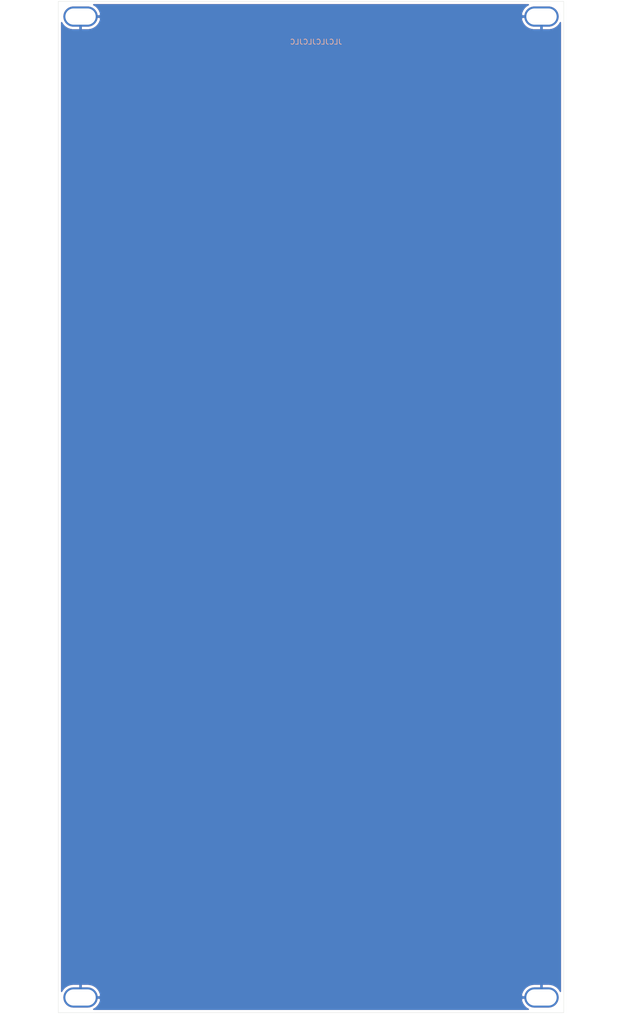
<source format=kicad_pcb>
(kicad_pcb (version 20171130) (host pcbnew 5.1.10-88a1d61d58~90~ubuntu21.04.1)

  (general
    (thickness 1.6)
    (drawings 8)
    (tracks 0)
    (zones 0)
    (modules 3)
    (nets 2)
  )

  (page A4)
  (layers
    (0 F.Cu signal)
    (31 B.Cu signal)
    (32 B.Adhes user)
    (33 F.Adhes user)
    (34 B.Paste user)
    (35 F.Paste user)
    (36 B.SilkS user)
    (37 F.SilkS user)
    (38 B.Mask user)
    (39 F.Mask user)
    (40 Dwgs.User user)
    (41 Cmts.User user)
    (42 Eco1.User user)
    (43 Eco2.User user)
    (44 Edge.Cuts user)
    (45 Margin user)
    (46 B.CrtYd user)
    (47 F.CrtYd user)
    (48 B.Fab user)
    (49 F.Fab user)
  )

  (setup
    (last_trace_width 0.25)
    (trace_clearance 0.2)
    (zone_clearance 0.508)
    (zone_45_only no)
    (trace_min 0.2)
    (via_size 0.8)
    (via_drill 0.4)
    (via_min_size 0.4)
    (via_min_drill 0.3)
    (uvia_size 0.3)
    (uvia_drill 0.1)
    (uvias_allowed no)
    (uvia_min_size 0.2)
    (uvia_min_drill 0.1)
    (edge_width 0.05)
    (segment_width 0.2)
    (pcb_text_width 0.3)
    (pcb_text_size 1.5 1.5)
    (mod_edge_width 0.12)
    (mod_text_size 1 1)
    (mod_text_width 0.15)
    (pad_size 6.8 4)
    (pad_drill 6)
    (pad_to_mask_clearance 0)
    (aux_axis_origin 0 0)
    (visible_elements FFFFFF7F)
    (pcbplotparams
      (layerselection 0x010fc_ffffffff)
      (usegerberextensions false)
      (usegerberattributes true)
      (usegerberadvancedattributes true)
      (creategerberjobfile true)
      (excludeedgelayer true)
      (linewidth 0.100000)
      (plotframeref false)
      (viasonmask false)
      (mode 1)
      (useauxorigin false)
      (hpglpennumber 1)
      (hpglpenspeed 20)
      (hpglpendiameter 15.000000)
      (psnegative false)
      (psa4output false)
      (plotreference true)
      (plotvalue true)
      (plotinvisibletext false)
      (padsonsilk false)
      (subtractmaskfromsilk false)
      (outputformat 1)
      (mirror false)
      (drillshape 0)
      (scaleselection 1)
      (outputdirectory "plots/"))
  )

  (net 0 "")
  (net 1 GND)

  (net_class Default "This is the default net class."
    (clearance 0.2)
    (trace_width 0.25)
    (via_dia 0.8)
    (via_drill 0.4)
    (uvia_dia 0.3)
    (uvia_drill 0.1)
    (add_net GND)
  )

  (module Polykit:logo-mask-5cm (layer F.Cu) (tedit 0) (tstamp 61718B07)
    (at 90 238)
    (fp_text reference G*** (at 0 0) (layer F.SilkS) hide
      (effects (font (size 1.524 1.524) (thickness 0.3)))
    )
    (fp_text value LOGO (at 0.75 0) (layer F.SilkS) hide
      (effects (font (size 1.524 1.524) (thickness 0.3)))
    )
    (fp_poly (pts (xy 21.891219 -2.403215) (xy 21.920317 -2.387211) (xy 21.988562 -2.343535) (xy 22.088879 -2.276904)
      (xy 22.214192 -2.192042) (xy 22.357425 -2.093666) (xy 22.414156 -2.054364) (xy 22.913757 -1.707444)
      (xy 22.919899 -0.437444) (xy 23.362672 -0.126242) (xy 23.805445 0.184959) (xy 23.812762 1.567715)
      (xy 23.82008 2.950471) (xy 23.315121 3.30968) (xy 23.165851 3.41455) (xy 23.030548 3.507119)
      (xy 22.9164 3.582669) (xy 22.830594 3.636486) (xy 22.780318 3.663853) (xy 22.771581 3.66633)
      (xy 22.740613 3.64985) (xy 22.669118 3.604013) (xy 22.562377 3.532442) (xy 22.425671 3.438757)
      (xy 22.26428 3.326582) (xy 22.083485 3.19954) (xy 21.888567 3.061252) (xy 21.865067 3.044493)
      (xy 20.997135 2.425217) (xy 20.556798 2.737963) (xy 20.418646 2.83486) (xy 20.295855 2.918662)
      (xy 20.195894 2.984459) (xy 20.12623 3.027344) (xy 20.094332 3.04241) (xy 20.093716 3.0423)
      (xy 20.064944 3.024116) (xy 19.997283 2.977992) (xy 19.897758 2.908821) (xy 19.773392 2.821497)
      (xy 19.63121 2.720912) (xy 19.575208 2.681112) (xy 19.079446 2.328334) (xy 19.080224 0.180798)
      (xy 22.066661 0.180798) (xy 22.083964 0.206286) (xy 22.139397 0.255162) (xy 22.223333 0.320723)
      (xy 22.326147 0.396265) (xy 22.438211 0.475086) (xy 22.5499 0.550484) (xy 22.651588 0.615755)
      (xy 22.733649 0.664199) (xy 22.786455 0.68911) (xy 22.798893 0.690643) (xy 22.834254 0.670087)
      (xy 22.906105 0.622567) (xy 23.005295 0.554323) (xy 23.122671 0.471598) (xy 23.175141 0.434071)
      (xy 23.292109 0.347694) (xy 23.388378 0.272047) (xy 23.45656 0.213306) (xy 23.489268 0.177649)
      (xy 23.490248 0.170587) (xy 23.458759 0.146838) (xy 23.391597 0.098182) (xy 23.299266 0.032177)
      (xy 23.212778 -0.029138) (xy 23.098953 -0.109855) (xy 22.993171 -0.185412) (xy 22.90953 -0.245707)
      (xy 22.871547 -0.273545) (xy 22.784316 -0.338514) (xy 22.430985 -0.091646) (xy 22.307667 -0.004367)
      (xy 22.201624 0.072806) (xy 22.121179 0.133647) (xy 22.074656 0.171933) (xy 22.066661 0.180798)
      (xy 19.080224 0.180798) (xy 19.080452 -0.447125) (xy 19.389751 -0.447125) (xy 19.411192 -0.421274)
      (xy 19.470429 -0.372273) (xy 19.557717 -0.306768) (xy 19.663313 -0.231407) (xy 19.777472 -0.152836)
      (xy 19.89045 -0.077702) (xy 19.992502 -0.012651) (xy 20.073883 0.035671) (xy 20.124851 0.060616)
      (xy 20.136248 0.062058) (xy 20.169851 0.039711) (xy 20.240798 -0.00846) (xy 20.339968 -0.076229)
      (xy 20.45824 -0.157372) (xy 20.511533 -0.194024) (xy 20.854959 -0.430383) (xy 20.854171 -0.430949)
      (xy 21.140489 -0.430949) (xy 21.512283 -0.175138) (xy 21.639997 -0.089534) (xy 21.752518 -0.018383)
      (xy 21.841362 0.033284) (xy 21.898045 0.060438) (xy 21.913427 0.062691) (xy 21.945935 0.040541)
      (xy 22.01527 -0.00808) (xy 22.112371 -0.076773) (xy 22.228177 -0.159142) (xy 22.274389 -0.192117)
      (xy 22.392088 -0.277429) (xy 22.491245 -0.351691) (xy 22.563729 -0.408629) (xy 22.60141 -0.441963)
      (xy 22.604916 -0.447305) (xy 22.582463 -0.468772) (xy 22.521259 -0.515886) (xy 22.42935 -0.582737)
      (xy 22.314784 -0.663416) (xy 22.246319 -0.710659) (xy 21.888807 -0.955652) (xy 21.619459 -0.768534)
      (xy 21.500182 -0.685459) (xy 21.386931 -0.606207) (xy 21.294211 -0.54095) (xy 21.2453 -0.506182)
      (xy 21.140489 -0.430949) (xy 20.854171 -0.430949) (xy 20.749758 -0.505899) (xy 20.683093 -0.553206)
      (xy 20.584552 -0.622461) (xy 20.468662 -0.703477) (xy 20.375208 -0.768534) (xy 20.10586 -0.955652)
      (xy 19.748347 -0.710659) (xy 19.624887 -0.624956) (xy 19.51974 -0.549871) (xy 19.440954 -0.491316)
      (xy 19.396575 -0.455208) (xy 19.389751 -0.447125) (xy 19.080452 -0.447125) (xy 19.080679 -1.072868)
      (xy 20.277929 -1.072868) (xy 20.295976 -1.052172) (xy 20.350681 -1.005668) (xy 20.432751 -0.940326)
      (xy 20.532893 -0.863118) (xy 20.641816 -0.781015) (xy 20.750226 -0.700989) (xy 20.84883 -0.630012)
      (xy 20.928337 -0.575055) (xy 20.979454 -0.54309) (xy 20.990817 -0.53804) (xy 21.015273 -0.552741)
      (xy 21.077906 -0.594524) (xy 21.170749 -0.657965) (xy 21.285837 -0.737638) (xy 21.364841 -0.792788)
      (xy 21.488288 -0.881229) (xy 21.592145 -0.959491) (xy 21.668937 -1.021624) (xy 21.711192 -1.061681)
      (xy 21.716746 -1.072856) (xy 21.685269 -1.102553) (xy 21.617594 -1.1548) (xy 21.524032 -1.222579)
      (xy 21.414898 -1.298871) (xy 21.300504 -1.376658) (xy 21.191162 -1.448922) (xy 21.097185 -1.508644)
      (xy 21.028887 -1.548805) (xy 20.997333 -1.562451) (xy 20.962526 -1.547037) (xy 20.892359 -1.505476)
      (xy 20.797145 -1.444785) (xy 20.687198 -1.371982) (xy 20.57283 -1.294086) (xy 20.464354 -1.218116)
      (xy 20.372083 -1.151089) (xy 20.30633 -1.100023) (xy 20.277929 -1.072868) (xy 19.080679 -1.072868)
      (xy 19.080905 -1.694963) (xy 19.402778 -1.694963) (xy 19.424455 -1.670866) (xy 19.482957 -1.622063)
      (xy 19.568484 -1.555668) (xy 19.67124 -1.478795) (xy 19.781428 -1.398557) (xy 19.88925 -1.322067)
      (xy 19.984908 -1.25644) (xy 20.058605 -1.208788) (xy 20.100544 -1.186226) (xy 20.104687 -1.185333)
      (xy 20.1353 -1.200773) (xy 20.203226 -1.243314) (xy 20.299818 -1.30729) (xy 20.416431 -1.387033)
      (xy 20.479201 -1.430807) (xy 20.600119 -1.517401) (xy 20.701918 -1.593622) (xy 20.77678 -1.653351)
      (xy 20.816888 -1.690468) (xy 20.818869 -1.694076) (xy 21.180778 -1.694076) (xy 21.202545 -1.669559)
      (xy 21.261294 -1.620576) (xy 21.347198 -1.554203) (xy 21.450427 -1.477513) (xy 21.561155 -1.397582)
      (xy 21.669552 -1.321485) (xy 21.765791 -1.256295) (xy 21.840044 -1.209088) (xy 21.882482 -1.186937)
      (xy 21.886413 -1.186132) (xy 21.918288 -1.201477) (xy 21.98696 -1.244237) (xy 22.08359 -1.30861)
      (xy 22.199341 -1.388791) (xy 22.253302 -1.427048) (xy 22.372549 -1.513865) (xy 22.473396 -1.590503)
      (xy 22.547737 -1.650547) (xy 22.587464 -1.687582) (xy 22.591889 -1.694963) (xy 22.5701 -1.719391)
      (xy 22.511298 -1.768225) (xy 22.425327 -1.834403) (xy 22.322033 -1.910863) (xy 22.211261 -1.990545)
      (xy 22.102857 -2.066386) (xy 22.006666 -2.131325) (xy 21.932534 -2.1783) (xy 21.890305 -2.20025)
      (xy 21.886333 -2.20102) (xy 21.85205 -2.185366) (xy 21.783801 -2.143121) (xy 21.691428 -2.081357)
      (xy 21.584775 -2.007144) (xy 21.473685 -1.927556) (xy 21.368 -1.849664) (xy 21.277563 -1.780542)
      (xy 21.212217 -1.727259) (xy 21.181805 -1.69689) (xy 21.180778 -1.694076) (xy 20.818869 -1.694076)
      (xy 20.821435 -1.698747) (xy 20.796159 -1.723598) (xy 20.733995 -1.772704) (xy 20.645002 -1.838982)
      (xy 20.539237 -1.915348) (xy 20.426757 -1.994718) (xy 20.317619 -2.070007) (xy 20.221881 -2.134133)
      (xy 20.149601 -2.18001) (xy 20.110835 -2.200556) (xy 20.108333 -2.20102) (xy 20.074275 -2.185392)
      (xy 20.00619 -2.143216) (xy 19.913924 -2.081554) (xy 19.807321 -2.007466) (xy 19.696227 -1.928016)
      (xy 19.590488 -1.850264) (xy 19.499948 -1.781271) (xy 19.434454 -1.7281) (xy 19.403851 -1.697812)
      (xy 19.402778 -1.694963) (xy 19.080905 -1.694963) (xy 19.08091 -1.707444) (xy 19.584683 -2.057285)
      (xy 19.733381 -2.159618) (xy 19.866899 -2.249738) (xy 19.978195 -2.323037) (xy 20.060229 -2.374906)
      (xy 20.105959 -2.400737) (xy 20.112506 -2.402748) (xy 20.142307 -2.385973) (xy 20.210632 -2.341976)
      (xy 20.309763 -2.275903) (xy 20.431979 -2.192897) (xy 20.566945 -2.099917) (xy 20.997333 -1.801464)
      (xy 21.432608 -2.103305) (xy 21.570618 -2.198086) (xy 21.693111 -2.280463) (xy 21.792447 -2.34544)
      (xy 21.86099 -2.388025) (xy 21.891102 -2.40322) (xy 21.891219 -2.403215)) (layer F.Mask) (width 0.01))
    (fp_poly (pts (xy 9.115084 -3.023667) (xy 9.181506 -2.977877) (xy 9.280023 -2.90907) (xy 9.403693 -2.822104)
      (xy 9.545571 -2.721835) (xy 9.603019 -2.681111) (xy 10.100248 -2.328333) (xy 10.108957 -1.79941)
      (xy 10.117667 -1.270487) (xy 10.478508 -1.526259) (xy 10.603232 -1.613173) (xy 10.71214 -1.686248)
      (xy 10.796891 -1.740109) (xy 10.849147 -1.769382) (xy 10.861321 -1.77296) (xy 10.889976 -1.754749)
      (xy 10.957758 -1.708916) (xy 11.057626 -1.640308) (xy 11.182537 -1.553772) (xy 11.325449 -1.454155)
      (xy 11.382424 -1.414291) (xy 11.881556 -1.064693) (xy 11.880839 0.321376) (xy 11.880123 1.707445)
      (xy 11.648006 1.86755) (xy 11.524661 1.952803) (xy 11.376649 2.055367) (xy 11.225587 2.16025)
      (xy 11.130931 2.226098) (xy 10.845974 2.42454) (xy 10.48182 2.170056) (xy 10.117667 1.915572)
      (xy 10.103556 2.437402) (xy 10.089445 2.959233) (xy 9.583883 3.314061) (xy 9.4356 3.417584)
      (xy 9.302989 3.509121) (xy 9.192923 3.584011) (xy 9.11228 3.637594) (xy 9.067934 3.665211)
      (xy 9.061772 3.667945) (xy 9.036893 3.651871) (xy 8.969074 3.605386) (xy 8.861445 3.530686)
      (xy 8.717137 3.429971) (xy 8.53928 3.305438) (xy 8.331006 3.159286) (xy 8.095445 2.993711)
      (xy 7.835727 2.810913) (xy 7.554985 2.61309) (xy 7.256347 2.402438) (xy 6.942946 2.181158)
      (xy 6.766278 2.056327) (xy 4.487333 0.445655) (xy 4.487333 0.18947) (xy 8.327324 0.18947)
      (xy 8.686273 0.44666) (xy 8.811703 0.534076) (xy 8.922963 0.607016) (xy 9.011323 0.660113)
      (xy 9.068056 0.688) (xy 9.082893 0.69056) (xy 9.118253 0.670034) (xy 9.190103 0.622539)
      (xy 9.289291 0.554316) (xy 9.406665 0.471601) (xy 9.459141 0.434071) (xy 9.576109 0.347694)
      (xy 9.672378 0.272047) (xy 9.74056 0.213306) (xy 9.773268 0.177649) (xy 9.774248 0.170587)
      (xy 9.742759 0.146838) (xy 9.675597 0.098182) (xy 9.583266 0.032177) (xy 9.496778 -0.029138)
      (xy 9.382967 -0.109845) (xy 9.277211 -0.185381) (xy 9.193605 -0.245651) (xy 9.155641 -0.273473)
      (xy 9.068504 -0.338371) (xy 8.697914 -0.07445) (xy 8.327324 0.18947) (xy 4.487333 0.18947)
      (xy 4.487333 -0.451612) (xy 7.498704 -0.451612) (xy 7.511968 -0.404639) (xy 7.565304 -0.351166)
      (xy 7.657932 -0.282816) (xy 7.789071 -0.191211) (xy 7.809325 -0.17686) (xy 7.933002 -0.089109)
      (xy 8.039407 -0.013953) (xy 8.120557 0.042996) (xy 8.168469 0.076128) (xy 8.177928 0.082236)
      (xy 8.202378 0.067743) (xy 8.265013 0.026133) (xy 8.357882 -0.037192) (xy 8.473036 -0.116829)
      (xy 8.553163 -0.172746) (xy 8.677081 -0.260292) (xy 8.782119 -0.335994) (xy 8.860707 -0.394275)
      (xy 8.905274 -0.429556) (xy 8.912457 -0.437481) (xy 8.887684 -0.455346) (xy 8.824701 -0.499917)
      (xy 8.731541 -0.565533) (xy 8.616238 -0.646534) (xy 8.539319 -0.700478) (xy 8.174526 -0.956153)
      (xy 7.861985 -0.742047) (xy 7.707154 -0.637302) (xy 7.595516 -0.559567) (xy 7.526293 -0.500462)
      (xy 7.498704 -0.451612) (xy 4.487333 -0.451612) (xy 4.487333 -1.055159) (xy 6.555434 -1.055159)
      (xy 6.580998 -1.036219) (xy 6.644738 -0.990766) (xy 6.738518 -0.924551) (xy 6.854202 -0.843328)
      (xy 6.928689 -0.791218) (xy 7.070793 -0.694691) (xy 7.186476 -0.621719) (xy 7.270145 -0.575581)
      (xy 7.316205 -0.559554) (xy 7.321687 -0.560974) (xy 7.354732 -0.584855) (xy 7.424851 -0.634563)
      (xy 7.522843 -0.703604) (xy 7.639507 -0.785487) (xy 7.683766 -0.816481) (xy 7.800731 -0.900605)
      (xy 7.897522 -0.974571) (xy 7.966326 -1.032061) (xy 7.997306 -1.064629) (xy 8.326731 -1.064629)
      (xy 8.698509 -0.802145) (xy 8.825732 -0.714622) (xy 8.937973 -0.641732) (xy 9.026845 -0.588583)
      (xy 9.083962 -0.56028) (xy 9.100088 -0.557627) (xy 9.132816 -0.579719) (xy 9.20242 -0.628168)
      (xy 9.299796 -0.696593) (xy 9.41584 -0.778611) (xy 9.4615 -0.810994) (xy 9.579333 -0.896014)
      (xy 9.678558 -0.970226) (xy 9.751015 -1.027322) (xy 9.788546 -1.060995) (xy 9.791812 -1.066252)
      (xy 10.133075 -1.066252) (xy 10.154368 -1.039686) (xy 10.21342 -0.990351) (xy 10.300496 -0.924848)
      (xy 10.405864 -0.849778) (xy 10.519793 -0.771742) (xy 10.632549 -0.69734) (xy 10.7344 -0.633174)
      (xy 10.815614 -0.585844) (xy 10.866458 -0.561951) (xy 10.877857 -0.561115) (xy 10.910838 -0.584943)
      (xy 10.980898 -0.634603) (xy 11.078843 -0.703607) (xy 11.195478 -0.785467) (xy 11.239766 -0.816481)
      (xy 11.356731 -0.900605) (xy 11.453522 -0.974571) (xy 11.522326 -1.032061) (xy 11.55533 -1.066756)
      (xy 11.556756 -1.072839) (xy 11.530594 -1.095332) (xy 11.468201 -1.142834) (xy 11.379669 -1.208106)
      (xy 11.275091 -1.283908) (xy 11.164562 -1.363) (xy 11.058173 -1.438142) (xy 10.966018 -1.502096)
      (xy 10.89819 -1.547621) (xy 10.872988 -1.563297) (xy 10.841157 -1.553857) (xy 10.773733 -1.517663)
      (xy 10.680621 -1.461369) (xy 10.571724 -1.391627) (xy 10.456946 -1.315091) (xy 10.346192 -1.238415)
      (xy 10.249366 -1.16825) (xy 10.176372 -1.11125) (xy 10.137113 -1.07407) (xy 10.133075 -1.066252)
      (xy 9.791812 -1.066252) (xy 9.791952 -1.066476) (xy 9.770047 -1.08742) (xy 9.711502 -1.13356)
      (xy 9.626028 -1.197884) (xy 9.52334 -1.273379) (xy 9.41315 -1.353035) (xy 9.305171 -1.429839)
      (xy 9.209117 -1.496781) (xy 9.134701 -1.546847) (xy 9.091635 -1.573028) (xy 9.08798 -1.574656)
      (xy 9.058525 -1.562077) (xy 8.991452 -1.521945) (xy 8.895042 -1.459563) (xy 8.777573 -1.380234)
      (xy 8.696286 -1.323803) (xy 8.326731 -1.064629) (xy 7.997306 -1.064629) (xy 7.99933 -1.066756)
      (xy 8.000756 -1.072839) (xy 7.974611 -1.09531) (xy 7.912242 -1.142791) (xy 7.823746 -1.20804)
      (xy 7.719219 -1.283814) (xy 7.608758 -1.362867) (xy 7.502461 -1.437959) (xy 7.410424 -1.501844)
      (xy 7.342744 -1.547281) (xy 7.317588 -1.562926) (xy 7.287088 -1.553467) (xy 7.221374 -1.518094)
      (xy 7.129856 -1.463075) (xy 7.021941 -1.394679) (xy 6.90704 -1.319175) (xy 6.79456 -1.24283)
      (xy 6.693911 -1.171913) (xy 6.614502 -1.112692) (xy 6.56574 -1.071436) (xy 6.555434 -1.055159)
      (xy 4.487333 -1.055159) (xy 4.487333 -1.69573) (xy 5.686778 -1.69573) (xy 5.708566 -1.671179)
      (xy 5.767382 -1.622201) (xy 5.853405 -1.555851) (xy 5.956813 -1.479184) (xy 6.067784 -1.399253)
      (xy 6.176498 -1.323114) (xy 6.273131 -1.257821) (xy 6.347864 -1.210428) (xy 6.390874 -1.187991)
      (xy 6.394891 -1.187113) (xy 6.427697 -1.202118) (xy 6.497147 -1.244593) (xy 6.594293 -1.308729)
      (xy 6.710187 -1.388717) (xy 6.76178 -1.425271) (xy 6.881237 -1.511726) (xy 6.983105 -1.587689)
      (xy 7.059019 -1.646747) (xy 7.100613 -1.682487) (xy 7.105837 -1.689005) (xy 7.086623 -1.711458)
      (xy 7.030108 -1.758453) (xy 6.945899 -1.823134) (xy 6.843601 -1.898645) (xy 6.732821 -1.97813)
      (xy 6.623163 -2.054734) (xy 6.524233 -2.121602) (xy 6.445638 -2.171877) (xy 6.396983 -2.198703)
      (xy 6.387995 -2.201333) (xy 6.354636 -2.185667) (xy 6.287214 -2.143398) (xy 6.195566 -2.081618)
      (xy 6.089529 -2.007422) (xy 5.978941 -1.927902) (xy 5.87364 -1.850151) (xy 5.783461 -1.781262)
      (xy 5.718244 -1.728329) (xy 5.687824 -1.698444) (xy 5.686778 -1.69573) (xy 4.487333 -1.69573)
      (xy 4.487333 -2.322964) (xy 4.779628 -2.322964) (xy 4.822113 -2.287542) (xy 4.897283 -2.231482)
      (xy 4.995386 -2.161424) (xy 5.106667 -2.084009) (xy 5.221373 -2.005876) (xy 5.32975 -1.933666)
      (xy 5.422045 -1.874017) (xy 5.488504 -1.83357) (xy 5.519374 -1.818965) (xy 5.519857 -1.819047)
      (xy 5.552597 -1.838291) (xy 5.622216 -1.884529) (xy 5.719838 -1.951702) (xy 5.836591 -2.033746)
      (xy 5.893802 -2.074471) (xy 6.013583 -2.160545) (xy 6.11516 -2.234425) (xy 6.190555 -2.29024)
      (xy 6.231791 -2.322116) (xy 6.237111 -2.327212) (xy 6.215206 -2.344969) (xy 6.1548 -2.389081)
      (xy 6.063854 -2.453852) (xy 5.950331 -2.533589) (xy 5.882596 -2.580759) (xy 5.730133 -2.683453)
      (xy 5.610435 -2.757345) (xy 5.527242 -2.800285) (xy 5.484298 -2.81012) (xy 5.483955 -2.809995)
      (xy 5.447476 -2.789371) (xy 5.378004 -2.74482) (xy 5.285214 -2.683031) (xy 5.178777 -2.610692)
      (xy 5.068365 -2.534491) (xy 4.963652 -2.461117) (xy 4.87431 -2.397258) (xy 4.810011 -2.349603)
      (xy 4.780428 -2.32484) (xy 4.779628 -2.322964) (xy 4.487333 -2.322964) (xy 4.487333 -2.333033)
      (xy 4.997113 -2.692596) (xy 5.16353 -2.809593) (xy 5.290376 -2.897286) (xy 5.383993 -2.959204)
      (xy 5.450724 -2.998872) (xy 5.496911 -3.019821) (xy 5.528896 -3.025577) (xy 5.553021 -3.019668)
      (xy 5.568613 -3.010492) (xy 5.603114 -2.986487) (xy 5.679128 -2.933123) (xy 5.792082 -2.853624)
      (xy 5.937399 -2.751215) (xy 6.110507 -2.629124) (xy 6.30683 -2.490575) (xy 6.521794 -2.338793)
      (xy 6.750824 -2.177006) (xy 6.829778 -2.121216) (xy 8.029222 -1.273608) (xy 8.043333 -1.799768)
      (xy 8.057131 -2.314222) (xy 8.354556 -2.314222) (xy 8.37615 -2.295544) (xy 8.434663 -2.251736)
      (xy 8.520453 -2.189575) (xy 8.623878 -2.115839) (xy 8.735295 -2.037305) (xy 8.845063 -1.96075)
      (xy 8.943539 -1.892951) (xy 9.021083 -1.840687) (xy 9.06805 -1.810734) (xy 9.077279 -1.806222)
      (xy 9.101503 -1.82143) (xy 9.163826 -1.863328) (xy 9.256041 -1.926328) (xy 9.369945 -2.004841)
      (xy 9.431461 -2.04747) (xy 9.552867 -2.133331) (xy 9.655785 -2.20914) (xy 9.732108 -2.268684)
      (xy 9.773729 -2.305753) (xy 9.779 -2.313755) (xy 9.757321 -2.33757) (xy 9.698817 -2.386097)
      (xy 9.613289 -2.452236) (xy 9.510537 -2.528887) (xy 9.400361 -2.608948) (xy 9.292562 -2.685318)
      (xy 9.196939 -2.750898) (xy 9.123294 -2.798587) (xy 9.081426 -2.821282) (xy 9.077222 -2.822222)
      (xy 9.047171 -2.806897) (xy 8.981966 -2.765484) (xy 8.891339 -2.704824) (xy 8.785021 -2.631756)
      (xy 8.672744 -2.553122) (xy 8.564241 -2.475763) (xy 8.469241 -2.40652) (xy 8.397477 -2.352233)
      (xy 8.358679 -2.319743) (xy 8.354556 -2.314222) (xy 8.057131 -2.314222) (xy 8.057445 -2.325929)
      (xy 8.56353 -2.687603) (xy 8.711458 -2.792426) (xy 8.843973 -2.884623) (xy 8.954254 -2.95959)
      (xy 9.035483 -3.012722) (xy 9.08084 -3.039412) (xy 9.087703 -3.041582) (xy 9.115084 -3.023667)) (layer F.Mask) (width 0.01))
    (fp_poly (pts (xy -20.102319 -4.902586) (xy -20.033323 -4.858274) (xy -19.926375 -4.786877) (xy -19.785522 -4.691174)
      (xy -19.614811 -4.573946) (xy -19.418289 -4.437972) (xy -19.200005 -4.286031) (xy -18.964005 -4.120905)
      (xy -18.714336 -3.945372) (xy -18.702457 -3.937) (xy -17.301083 -2.949222) (xy -17.300653 -1.564766)
      (xy -17.300222 -0.180309) (xy -17.751778 0.137614) (xy -18.203333 0.455537) (xy -18.203333 2.960254)
      (xy -18.697844 3.314572) (xy -18.845142 3.418957) (xy -18.978201 3.511067) (xy -19.089835 3.586103)
      (xy -19.172857 3.639268) (xy -19.220079 3.665763) (xy -19.227011 3.667848) (xy -19.25445 3.651728)
      (xy -19.324755 3.605135) (xy -19.434766 3.530273) (xy -19.581324 3.429345) (xy -19.761271 3.304554)
      (xy -19.971446 3.158105) (xy -20.208693 2.9922) (xy -20.46985 2.809043) (xy -20.751761 2.610838)
      (xy -21.051264 2.399788) (xy -21.365202 2.178096) (xy -21.540611 2.054031) (xy -23.819555 0.441257)
      (xy -23.819555 0.193306) (xy -19.952283 0.193306) (xy -19.93033 0.213549) (xy -19.871407 0.25877)
      (xy -19.785178 0.322148) (xy -19.681308 0.396862) (xy -19.569461 0.476088) (xy -19.4593 0.553007)
      (xy -19.36049 0.620796) (xy -19.282695 0.672632) (xy -19.235579 0.701695) (xy -19.2266 0.705556)
      (xy -19.200711 0.69039) (xy -19.136774 0.648597) (xy -19.043112 0.585736) (xy -18.928044 0.507364)
      (xy -18.864605 0.463769) (xy -18.742512 0.37824) (xy -18.638899 0.303022) (xy -18.561851 0.244194)
      (xy -18.519455 0.207834) (xy -18.513778 0.19998) (xy -18.53568 0.176176) (xy -18.594914 0.128027)
      (xy -18.681767 0.062379) (xy -18.786526 -0.013921) (xy -18.899481 -0.094026) (xy -19.010919 -0.171089)
      (xy -19.111129 -0.238265) (xy -19.190398 -0.288705) (xy -19.239015 -0.315563) (xy -19.248612 -0.318068)
      (xy -19.282496 -0.299058) (xy -19.34996 -0.254285) (xy -19.441342 -0.190773) (xy -19.546978 -0.115544)
      (xy -19.657205 -0.03562) (xy -19.762359 0.041975) (xy -19.852776 0.11022) (xy -19.918794 0.16209)
      (xy -19.950748 0.190564) (xy -19.952283 0.193306) (xy -23.819555 0.193306) (xy -23.819555 -0.450737)
      (xy -20.837816 -0.450737) (xy -20.823985 -0.428426) (xy -20.770371 -0.380659) (xy -20.684219 -0.313199)
      (xy -20.572772 -0.231805) (xy -20.489083 -0.173391) (xy -20.116422 0.082319) (xy -19.831739 -0.114665)
      (xy -19.71279 -0.197499) (xy -19.603271 -0.274715) (xy -19.515836 -0.337333) (xy -19.465344 -0.374664)
      (xy -19.383632 -0.437679) (xy -19.59076 -0.583124) (xy -19.709908 -0.667166) (xy -19.835276 -0.756197)
      (xy -19.942622 -0.83299) (xy -19.956979 -0.843332) (xy -20.116069 -0.958096) (xy -20.464979 -0.715235)
      (xy -20.588647 -0.628838) (xy -20.696319 -0.553019) (xy -20.779238 -0.493992) (xy -20.828647 -0.457968)
      (xy -20.837816 -0.450737) (xy -23.819555 -0.450737) (xy -23.819555 -1.064629) (xy -21.758158 -1.064629)
      (xy -21.38638 -0.802145) (xy -21.259157 -0.714622) (xy -21.146916 -0.641732) (xy -21.058044 -0.588583)
      (xy -21.000927 -0.56028) (xy -20.984801 -0.557627) (xy -20.952073 -0.579719) (xy -20.882469 -0.628168)
      (xy -20.785093 -0.696593) (xy -20.669049 -0.778611) (xy -20.623389 -0.810994) (xy -20.505556 -0.896014)
      (xy -20.406331 -0.970226) (xy -20.333874 -1.027322) (xy -20.296343 -1.060995) (xy -20.292936 -1.066476)
      (xy -20.314841 -1.08742) (xy -20.373387 -1.13356) (xy -20.458861 -1.197884) (xy -20.561549 -1.273379)
      (xy -20.671739 -1.353035) (xy -20.779718 -1.429839) (xy -20.875772 -1.496781) (xy -20.950188 -1.546847)
      (xy -20.993253 -1.573028) (xy -20.996909 -1.574656) (xy -21.026364 -1.562077) (xy -21.093437 -1.521945)
      (xy -21.189847 -1.459563) (xy -21.307316 -1.380234) (xy -21.388603 -1.323803) (xy -21.758158 -1.064629)
      (xy -23.819555 -1.064629) (xy -23.819555 -1.696001) (xy -22.638359 -1.696001) (xy -22.449452 -1.560612)
      (xy -22.332621 -1.476304) (xy -22.20776 -1.385311) (xy -22.10186 -1.307301) (xy -22.101661 -1.307154)
      (xy -22.017451 -1.24788) (xy -21.947916 -1.204881) (xy -21.90779 -1.187247) (xy -21.907272 -1.187209)
      (xy -21.871281 -1.202111) (xy -21.800594 -1.243977) (xy -21.705858 -1.306151) (xy -21.610939 -1.372459)
      (xy -21.495456 -1.455536) (xy -21.387324 -1.533726) (xy -21.300522 -1.596899) (xy -21.257472 -1.628594)
      (xy -21.170568 -1.693333) (xy -20.854014 -1.693333) (xy -20.831941 -1.672634) (xy -20.772458 -1.62754)
      (xy -20.685281 -1.564725) (xy -20.580123 -1.490862) (xy -20.466701 -1.412624) (xy -20.35473 -1.336684)
      (xy -20.253924 -1.269715) (xy -20.174 -1.21839) (xy -20.124671 -1.189383) (xy -20.114433 -1.185333)
      (xy -20.084322 -1.200825) (xy -20.016914 -1.243515) (xy -19.920792 -1.307725) (xy -19.80454 -1.387777)
      (xy -19.741111 -1.432277) (xy -19.619699 -1.51882) (xy -19.516469 -1.59401) (xy -19.439419 -1.651895)
      (xy -19.396547 -1.68652) (xy -19.390416 -1.693333) (xy -19.411969 -1.713577) (xy -19.471964 -1.760123)
      (xy -19.562489 -1.827074) (xy -19.675629 -1.908527) (xy -19.743699 -1.956717) (xy -19.888691 -2.055751)
      (xy -20.006174 -2.129787) (xy -20.090796 -2.175683) (xy -20.137205 -2.190298) (xy -20.140536 -2.189599)
      (xy -20.179223 -2.167949) (xy -20.250891 -2.12207) (xy -20.345747 -2.058773) (xy -20.453998 -1.98487)
      (xy -20.565852 -1.907173) (xy -20.671516 -1.832492) (xy -20.761196 -1.767639) (xy -20.825101 -1.719427)
      (xy -20.853436 -1.694666) (xy -20.854014 -1.693333) (xy -21.170568 -1.693333) (xy -21.164834 -1.697604)
      (xy -21.511472 -1.940287) (xy -21.635876 -2.025487) (xy -21.746346 -2.097608) (xy -21.833664 -2.150898)
      (xy -21.888609 -2.179605) (xy -21.900444 -2.182971) (xy -21.937461 -2.167444) (xy -22.011094 -2.124693)
      (xy -22.112143 -2.060457) (xy -22.231408 -1.980481) (xy -22.290568 -1.939486) (xy -22.638359 -1.696001)
      (xy -23.819555 -1.696001) (xy -23.819555 -2.313141) (xy -23.48594 -2.313141) (xy -23.482129 -2.303615)
      (xy -23.430102 -2.258071) (xy -23.348141 -2.194655) (xy -23.246298 -2.120257) (xy -23.134624 -2.041766)
      (xy -23.023174 -1.96607) (xy -22.921998 -1.900059) (xy -22.84115 -1.850622) (xy -22.790682 -1.824647)
      (xy -22.780159 -1.822548) (xy -22.744402 -1.842114) (xy -22.671703 -1.887814) (xy -22.571454 -1.953551)
      (xy -22.453051 -2.03323) (xy -22.406215 -2.065234) (xy -22.286766 -2.148467) (xy -22.185989 -2.221114)
      (xy -22.112152 -2.277025) (xy -22.073521 -2.310049) (xy -22.069778 -2.315508) (xy -22.080534 -2.328333)
      (xy -19.933421 -2.328333) (xy -19.912342 -2.306135) (xy -19.854668 -2.258563) (xy -19.769994 -2.192685)
      (xy -19.667915 -2.115572) (xy -19.558024 -2.034293) (xy -19.449917 -1.955916) (xy -19.353187 -1.887511)
      (xy -19.27743 -1.836148) (xy -19.232238 -1.808896) (xy -19.224966 -1.806329) (xy -19.200318 -1.821802)
      (xy -19.137729 -1.864611) (xy -19.045148 -1.929223) (xy -18.930522 -2.010108) (xy -18.852003 -2.065907)
      (xy -18.728844 -2.154185) (xy -18.624241 -2.230181) (xy -18.545779 -2.288301) (xy -18.501044 -2.322949)
      (xy -18.493592 -2.330208) (xy -18.517398 -2.347345) (xy -18.579188 -2.391667) (xy -18.671048 -2.457502)
      (xy -18.785067 -2.539179) (xy -18.861391 -2.593837) (xy -19.223116 -2.85285) (xy -19.577449 -2.604702)
      (xy -19.700136 -2.517102) (xy -19.804622 -2.439295) (xy -19.882858 -2.377532) (xy -19.926795 -2.338062)
      (xy -19.933421 -2.328333) (xy -22.080534 -2.328333) (xy -22.092268 -2.342324) (xy -22.153065 -2.391685)
      (xy -22.24216 -2.456957) (xy -22.34954 -2.531506) (xy -22.465198 -2.608698) (xy -22.579121 -2.681899)
      (xy -22.6813 -2.744474) (xy -22.761725 -2.78979) (xy -22.810385 -2.811214) (xy -22.818494 -2.811699)
      (xy -22.855688 -2.790294) (xy -22.929229 -2.742501) (xy -23.029526 -2.674732) (xy -23.146989 -2.593398)
      (xy -23.186611 -2.56557) (xy -23.323464 -2.466897) (xy -23.416294 -2.394305) (xy -23.469115 -2.34424)
      (xy -23.48594 -2.313141) (xy -23.819555 -2.313141) (xy -23.819555 -2.330517) (xy -22.961299 -2.934445)
      (xy -22.610578 -2.934445) (xy -22.607952 -2.925774) (xy -22.576441 -2.90064) (xy -22.510287 -2.851693)
      (xy -22.419355 -2.785912) (xy -22.313508 -2.710277) (xy -22.202611 -2.631765) (xy -22.096527 -2.557356)
      (xy -22.005121 -2.494028) (xy -21.938256 -2.448761) (xy -21.905797 -2.428532) (xy -21.904506 -2.428088)
      (xy -21.879103 -2.443014) (xy -21.815737 -2.484801) (xy -21.722649 -2.547891) (xy -21.608081 -2.626723)
      (xy -21.543521 -2.671557) (xy -21.420476 -2.758022) (xy -21.314514 -2.833914) (xy -21.234043 -2.893099)
      (xy -21.187473 -2.929442) (xy -21.179547 -2.937102) (xy -21.194638 -2.95655) (xy -19.08277 -2.95655)
      (xy -18.93233 -2.849448) (xy -18.837056 -2.781063) (xy -18.718417 -2.69512) (xy -18.598448 -2.607598)
      (xy -18.570222 -2.586896) (xy -18.473763 -2.520079) (xy -18.391465 -2.470425) (xy -18.335439 -2.444903)
      (xy -18.320885 -2.443423) (xy -18.285495 -2.463488) (xy -18.213669 -2.510562) (xy -18.114594 -2.578417)
      (xy -17.997455 -2.660825) (xy -17.94694 -2.696941) (xy -17.82852 -2.782639) (xy -17.728369 -2.856334)
      (xy -17.654536 -2.912006) (xy -17.61507 -2.943636) (xy -17.610667 -2.948398) (xy -17.632552 -2.967082)
      (xy -17.693012 -3.012288) (xy -17.784257 -3.078351) (xy -17.898495 -3.159606) (xy -17.978566 -3.215908)
      (xy -18.346466 -3.473503) (xy -18.714618 -3.215027) (xy -19.08277 -2.95655) (xy -21.194638 -2.95655)
      (xy -21.196963 -2.959545) (xy -21.253512 -3.007899) (xy -21.341693 -3.076274) (xy -21.454006 -3.158777)
      (xy -21.533476 -3.215145) (xy -21.900444 -3.472088) (xy -22.269177 -3.21391) (xy -22.420299 -3.10577)
      (xy -22.525808 -3.024647) (xy -22.588351 -2.96829) (xy -22.610578 -2.934445) (xy -22.961299 -2.934445)
      (xy -22.045834 -3.578629) (xy -21.760151 -3.578629) (xy -21.385798 -3.316329) (xy -21.258084 -3.228997)
      (xy -21.145551 -3.156102) (xy -21.056546 -3.102732) (xy -20.999419 -3.073976) (xy -20.983222 -3.070958)
      (xy -20.951074 -3.09249) (xy -20.881746 -3.140257) (xy -20.784228 -3.208024) (xy -20.667511 -3.289557)
      (xy -20.616333 -3.32542) (xy -20.49628 -3.409719) (xy -20.393723 -3.481915) (xy -20.31703 -3.536104)
      (xy -20.274568 -3.566382) (xy -20.268902 -3.570593) (xy -20.273669 -3.575161) (xy -19.932215 -3.575161)
      (xy -19.908875 -3.551439) (xy -19.847514 -3.501438) (xy -19.756224 -3.431435) (xy -19.643098 -3.347706)
      (xy -19.580601 -3.302458) (xy -19.447115 -3.207092) (xy -19.351093 -3.140978) (xy -19.284442 -3.100043)
      (xy -19.23907 -3.080213) (xy -19.206885 -3.077416) (xy -19.179794 -3.087577) (xy -19.167966 -3.094743)
      (xy -19.120958 -3.126505) (xy -19.039001 -3.183606) (xy -18.932959 -3.258416) (xy -18.813697 -3.343304)
      (xy -18.792943 -3.358149) (xy -18.483399 -3.579738) (xy -18.837848 -3.828924) (xy -18.962005 -3.915689)
      (xy -19.070277 -3.99037) (xy -19.154103 -4.04714) (xy -19.204922 -4.080171) (xy -19.215506 -4.086045)
      (xy -19.246151 -4.073643) (xy -19.311588 -4.034201) (xy -19.402114 -3.974634) (xy -19.508025 -3.90186)
      (xy -19.61962 -3.822794) (xy -19.727195 -3.744353) (xy -19.821048 -3.673453) (xy -19.891476 -3.617011)
      (xy -19.928777 -3.581942) (xy -19.932215 -3.575161) (xy -20.273669 -3.575161) (xy -20.287355 -3.588274)
      (xy -20.343103 -3.631155) (xy -20.426797 -3.69265) (xy -20.529088 -3.766174) (xy -20.640628 -3.845141)
      (xy -20.752067 -3.922966) (xy -20.854057 -3.993063) (xy -20.937247 -4.048847) (xy -20.992291 -4.083733)
      (xy -21.009427 -4.092222) (xy -21.037252 -4.076837) (xy -21.102932 -4.034349) (xy -21.198246 -3.970256)
      (xy -21.314973 -3.890057) (xy -21.393392 -3.835425) (xy -21.760151 -3.578629) (xy -22.045834 -3.578629)
      (xy -21.987179 -3.619902) (xy -21.700175 -3.821732) (xy -21.426342 -4.014056) (xy -21.177881 -4.188328)
      (xy -20.822068 -4.188328) (xy -20.819631 -4.185362) (xy -20.782046 -4.154594) (xy -20.710862 -4.101703)
      (xy -20.616128 -4.033661) (xy -20.507889 -3.957437) (xy -20.396192 -3.880001) (xy -20.291085 -3.808324)
      (xy -20.202613 -3.749376) (xy -20.140825 -3.710127) (xy -20.116299 -3.697406) (xy -20.087364 -3.712891)
      (xy -20.021299 -3.755712) (xy -19.926684 -3.820089) (xy -19.812099 -3.900243) (xy -19.756344 -3.939893)
      (xy -19.636048 -4.026526) (xy -19.532919 -4.102045) (xy -19.455345 -4.160211) (xy -19.411713 -4.194782)
      (xy -19.405405 -4.200949) (xy -19.423253 -4.222679) (xy -19.479839 -4.27081) (xy -19.567645 -4.339394)
      (xy -19.67915 -4.422488) (xy -19.754785 -4.477182) (xy -20.115403 -4.735142) (xy -20.484499 -4.477182)
      (xy -20.627782 -4.37548) (xy -20.728341 -4.299957) (xy -20.791016 -4.2464) (xy -20.820645 -4.210595)
      (xy -20.822068 -4.188328) (xy -21.177881 -4.188328) (xy -21.169208 -4.194411) (xy -20.932303 -4.360333)
      (xy -20.719157 -4.509356) (xy -20.533298 -4.639017) (xy -20.378257 -4.746852) (xy -20.257563 -4.830396)
      (xy -20.174746 -4.887184) (xy -20.133335 -4.914754) (xy -20.129316 -4.917033) (xy -20.102319 -4.902586)) (layer F.Mask) (width 0.01))
    (fp_poly (pts (xy 13.759214 -3.005711) (xy 13.831526 -2.956313) (xy 13.935176 -2.88494) (xy 14.062683 -2.796748)
      (xy 14.206564 -2.696892) (xy 14.247374 -2.668513) (xy 14.732 -2.331359) (xy 14.732 -1.271289)
      (xy 15.091833 -1.525437) (xy 15.216772 -1.612815) (xy 15.325936 -1.687531) (xy 15.410876 -1.743929)
      (xy 15.463144 -1.776353) (xy 15.475052 -1.781937) (xy 15.501681 -1.76652) (xy 15.570317 -1.721278)
      (xy 15.67691 -1.649015) (xy 15.817409 -1.552534) (xy 15.987764 -1.434639) (xy 16.183922 -1.298133)
      (xy 16.401834 -1.145821) (xy 16.637449 -0.980505) (xy 16.886716 -0.80499) (xy 16.893192 -0.800422)
      (xy 18.287947 0.183445) (xy 18.287974 1.570583) (xy 18.288 2.95772) (xy 17.801167 3.303603)
      (xy 17.654928 3.407507) (xy 17.523569 3.500848) (xy 17.414314 3.578493) (xy 17.334386 3.635308)
      (xy 17.291009 3.66616) (xy 17.286111 3.66965) (xy 17.258663 3.657399) (xy 17.189295 3.61513)
      (xy 17.082052 3.545586) (xy 16.940977 3.45151) (xy 16.770114 3.335645) (xy 16.573508 3.200736)
      (xy 16.355203 3.049525) (xy 16.119242 2.884755) (xy 15.869669 2.709171) (xy 15.854744 2.69863)
      (xy 14.451598 1.707445) (xy 14.443632 1.180213) (xy 14.435667 0.652982) (xy 14.074721 0.907639)
      (xy 13.931636 1.005689) (xy 13.81379 1.080579) (xy 13.727135 1.128788) (xy 13.677618 1.146796)
      (xy 13.671704 1.146153) (xy 13.636868 1.125449) (xy 13.563751 1.076905) (xy 13.459863 1.005683)
      (xy 13.332712 0.916946) (xy 13.189809 0.815856) (xy 13.150705 0.787975) (xy 12.671778 0.445943)
      (xy 12.671778 0.190196) (xy 16.511691 0.190196) (xy 16.870679 0.445445) (xy 16.995284 0.533201)
      (xy 17.104098 0.608249) (xy 17.188703 0.664909) (xy 17.240683 0.697499) (xy 17.252464 0.703125)
      (xy 17.282314 0.688494) (xy 17.349463 0.646562) (xy 17.445357 0.582942) (xy 17.56144 0.503249)
      (xy 17.625112 0.458612) (xy 17.746637 0.37173) (xy 17.849998 0.295736) (xy 17.927166 0.236698)
      (xy 17.970115 0.200686) (xy 17.976259 0.193125) (xy 17.954921 0.171238) (xy 17.895188 0.122958)
      (xy 17.804885 0.05429) (xy 17.691835 -0.028757) (xy 17.619693 -0.080601) (xy 17.26183 -0.335786)
      (xy 16.991748 -0.148156) (xy 16.872323 -0.064978) (xy 16.75892 0.01438) (xy 16.666017 0.079765)
      (xy 16.616679 0.114834) (xy 16.511691 0.190196) (xy 12.671778 0.190196) (xy 12.671778 -0.413899)
      (xy 15.663812 -0.413899) (xy 15.669373 -0.405487) (xy 15.69986 -0.381611) (xy 15.765946 -0.333196)
      (xy 15.857339 -0.267505) (xy 15.96375 -0.191806) (xy 16.074889 -0.113362) (xy 16.180466 -0.03944)
      (xy 16.270191 0.022695) (xy 16.333773 0.065779) (xy 16.360268 0.082316) (xy 16.383889 0.067675)
      (xy 16.445537 0.02572) (xy 16.537304 -0.038067) (xy 16.651278 -0.118204) (xy 16.727157 -0.171943)
      (xy 16.851125 -0.260103) (xy 16.957885 -0.336285) (xy 17.039404 -0.394737) (xy 17.087648 -0.429705)
      (xy 17.097254 -0.436993) (xy 17.078335 -0.455024) (xy 17.020445 -0.499395) (xy 16.93117 -0.564536)
      (xy 16.818097 -0.644876) (xy 16.73724 -0.701353) (xy 16.368528 -0.957272) (xy 16.000804 -0.699382)
      (xy 15.860022 -0.599337) (xy 15.76122 -0.525455) (xy 15.699109 -0.473047) (xy 15.668402 -0.437425)
      (xy 15.663812 -0.413899) (xy 12.671778 -0.413899) (xy 12.671778 -1.055159) (xy 14.739878 -1.055159)
      (xy 14.765444 -1.036218) (xy 14.82918 -0.990767) (xy 14.922944 -0.924563) (xy 15.038594 -0.843364)
      (xy 15.112649 -0.791557) (xy 15.47496 -0.538414) (xy 15.745536 -0.726387) (xy 15.864947 -0.809554)
      (xy 15.978231 -0.888823) (xy 16.070972 -0.954087) (xy 16.120421 -0.989231) (xy 16.22473 -1.064101)
      (xy 15.868438 -1.315217) (xy 15.744155 -1.402428) (xy 15.63593 -1.477646) (xy 15.552235 -1.535039)
      (xy 15.501542 -1.568775) (xy 15.490872 -1.575104) (xy 15.462648 -1.562952) (xy 15.399105 -1.524671)
      (xy 15.309594 -1.466738) (xy 15.203468 -1.395626) (xy 15.09008 -1.31781) (xy 14.97878 -1.239765)
      (xy 14.878921 -1.167966) (xy 14.799855 -1.108887) (xy 14.750933 -1.069004) (xy 14.739878 -1.055159)
      (xy 12.671778 -1.055159) (xy 12.671778 -2.322452) (xy 12.964793 -2.322452) (xy 12.992512 -2.300749)
      (xy 13.055685 -2.254274) (xy 13.144684 -2.18988) (xy 13.249885 -2.11442) (xy 13.361661 -2.034746)
      (xy 13.470385 -1.957712) (xy 13.566431 -1.890169) (xy 13.640174 -1.838972) (xy 13.681987 -1.810972)
      (xy 13.687778 -1.807767) (xy 13.714554 -1.822692) (xy 13.779034 -1.864714) (xy 13.872902 -1.928242)
      (xy 13.987846 -2.007687) (xy 14.052957 -2.053273) (xy 14.174665 -2.140693) (xy 14.277809 -2.218302)
      (xy 14.354417 -2.27982) (xy 14.396515 -2.318967) (xy 14.402126 -2.328333) (xy 14.379476 -2.353503)
      (xy 14.318286 -2.404267) (xy 14.226615 -2.474372) (xy 14.112523 -2.557564) (xy 14.046194 -2.604492)
      (xy 13.692161 -2.852429) (xy 13.325641 -2.590381) (xy 13.202128 -2.501487) (xy 13.09709 -2.424765)
      (xy 13.018092 -2.365835) (xy 12.972703 -2.330314) (xy 12.964793 -2.322452) (xy 12.671778 -2.322452)
      (xy 12.671778 -2.333033) (xy 13.180235 -2.691663) (xy 13.374347 -2.826335) (xy 13.526901 -2.927251)
      (xy 13.63722 -2.993994) (xy 13.704629 -3.026148) (xy 13.725719 -3.02798) (xy 13.759214 -3.005711)) (layer F.Mask) (width 0.01))
    (fp_poly (pts (xy -6.788405 -1.434408) (xy -4.489392 0.183445) (xy -4.488363 1.568829) (xy -4.487333 2.954214)
      (xy -4.847167 3.210589) (xy -4.986225 3.309731) (xy -5.123018 3.407373) (xy -5.244572 3.494248)
      (xy -5.337915 3.561087) (xy -5.362699 3.57888) (xy -5.518398 3.690796) (xy -7.691032 2.155738)
      (xy -8.00674 1.93263) (xy -8.311502 1.717164) (xy -8.601872 1.511784) (xy -8.874402 1.318932)
      (xy -9.125646 1.141049) (xy -9.352156 0.980577) (xy -9.550487 0.83996) (xy -9.71719 0.721638)
      (xy -9.84882 0.628054) (xy -9.941929 0.56165) (xy -9.993071 0.524869) (xy -9.99799 0.521259)
      (xy -10.132314 0.421839) (xy -10.131045 0.183488) (xy -6.259378 0.183488) (xy -6.241028 0.20118)
      (xy -6.185496 0.244181) (xy -6.102136 0.305856) (xy -6.000299 0.379567) (xy -5.889339 0.458678)
      (xy -5.778608 0.536553) (xy -5.677459 0.606555) (xy -5.595245 0.662048) (xy -5.541318 0.696394)
      (xy -5.525411 0.704301) (xy -5.496482 0.689158) (xy -5.430434 0.646634) (xy -5.335843 0.582485)
      (xy -5.221284 0.502463) (xy -5.165455 0.462774) (xy -5.04495 0.375892) (xy -4.941446 0.299831)
      (xy -4.863394 0.240915) (xy -4.819245 0.205465) (xy -4.812729 0.198915) (xy -4.828669 0.174852)
      (xy -4.882037 0.126714) (xy -4.963678 0.062301) (xy -5.031574 0.012538) (xy -5.148113 -0.070543)
      (xy -5.263904 -0.153093) (xy -5.360522 -0.221974) (xy -5.393074 -0.245182) (xy -5.522704 -0.337602)
      (xy -5.886963 -0.080488) (xy -6.011487 0.007474) (xy -6.118742 0.083365) (xy -6.200727 0.14151)
      (xy -6.249436 0.176237) (xy -6.259378 0.183488) (xy -10.131045 0.183488) (xy -10.127869 -0.412514)
      (xy -7.11247 -0.412514) (xy -7.08046 -0.387172) (xy -7.011205 -0.336233) (xy -6.913825 -0.266288)
      (xy -6.797444 -0.18393) (xy -6.752847 -0.152648) (xy -6.622127 -0.061795) (xy -6.528908 0.000323)
      (xy -6.464747 0.037754) (xy -6.421197 0.054546) (xy -6.389813 0.054747) (xy -6.362148 0.042405)
      (xy -6.355077 0.037997) (xy -6.307959 0.006137) (xy -6.225964 -0.051009) (xy -6.120032 -0.125758)
      (xy -6.001099 -0.210426) (xy -5.982826 -0.223498) (xy -5.676054 -0.443102) (xy -6.023024 -0.685846)
      (xy -6.146349 -0.771426) (xy -6.254177 -0.844937) (xy -6.337684 -0.900464) (xy -6.388048 -0.932094)
      (xy -6.39774 -0.937017) (xy -6.432602 -0.925797) (xy -6.500117 -0.88728) (xy -6.59103 -0.828256)
      (xy -6.696089 -0.755516) (xy -6.806038 -0.675851) (xy -6.911624 -0.596052) (xy -7.003593 -0.522911)
      (xy -7.072692 -0.463217) (xy -7.109666 -0.423763) (xy -7.11247 -0.412514) (xy -10.127869 -0.412514)
      (xy -10.12499 -0.952887) (xy -10.124502 -1.044541) (xy -8.024428 -1.044541) (xy -7.994055 -1.021711)
      (xy -7.926013 -0.972918) (xy -7.829028 -0.904349) (xy -7.711826 -0.822191) (xy -7.651084 -0.779837)
      (xy -7.504812 -0.681009) (xy -7.390013 -0.609731) (xy -7.310849 -0.568402) (xy -7.271481 -0.559422)
      (xy -7.270084 -0.560242) (xy -7.236701 -0.584401) (xy -7.166279 -0.634356) (xy -7.068053 -0.703586)
      (xy -6.951261 -0.78557) (xy -6.907389 -0.816294) (xy -6.789308 -0.900243) (xy -6.689926 -0.973394)
      (xy -6.617459 -1.029506) (xy -6.580121 -1.062334) (xy -6.576854 -1.067465) (xy -6.599031 -1.091674)
      (xy -6.656245 -1.137077) (xy -6.736277 -1.194001) (xy -6.739131 -1.195941) (xy -6.843343 -1.267146)
      (xy -6.968584 -1.353422) (xy -7.08968 -1.437422) (xy -7.102527 -1.446378) (xy -7.30472 -1.587429)
      (xy -7.676288 -1.326554) (xy -7.799851 -1.237602) (xy -7.903096 -1.159035) (xy -7.978839 -1.096672)
      (xy -8.019893 -1.056335) (xy -8.024428 -1.044541) (xy -10.124502 -1.044541) (xy -10.121018 -1.698664)
      (xy -8.910545 -1.698664) (xy -8.891213 -1.676641) (xy -8.834765 -1.629846) (xy -8.750798 -1.565187)
      (xy -8.648913 -1.48957) (xy -8.538707 -1.409902) (xy -8.429782 -1.33309) (xy -8.331736 -1.266041)
      (xy -8.254168 -1.215662) (xy -8.206678 -1.188859) (xy -8.198441 -1.18629) (xy -8.165315 -1.201261)
      (xy -8.096618 -1.242658) (xy -8.00264 -1.304003) (xy -7.902108 -1.372899) (xy -7.784822 -1.455313)
      (xy -7.675115 -1.532982) (xy -7.586837 -1.59607) (xy -7.541071 -1.629341) (xy -7.448031 -1.698216)
      (xy -7.8038 -1.949774) (xy -7.928284 -2.036606) (xy -8.037378 -2.110467) (xy -8.122483 -2.165708)
      (xy -8.175002 -2.196684) (xy -8.186781 -2.201333) (xy -8.218186 -2.185913) (xy -8.285104 -2.14428)
      (xy -8.377538 -2.083379) (xy -8.485493 -2.010152) (xy -8.598969 -1.931542) (xy -8.707972 -1.854492)
      (xy -8.802503 -1.785946) (xy -8.872566 -1.732846) (xy -8.908164 -1.702136) (xy -8.910545 -1.698664)
      (xy -10.121018 -1.698664) (xy -10.117674 -2.326472) (xy -9.807222 -2.326472) (xy -9.785783 -2.307502)
      (xy -9.727824 -2.262826) (xy -9.642883 -2.199365) (xy -9.540498 -2.124043) (xy -9.430207 -2.043783)
      (xy -9.321548 -1.965506) (xy -9.224058 -1.896136) (xy -9.147276 -1.842595) (xy -9.100739 -1.811807)
      (xy -9.091617 -1.807082) (xy -9.066214 -1.822049) (xy -9.002846 -1.863872) (xy -8.909755 -1.926989)
      (xy -8.795184 -2.005838) (xy -8.730632 -2.050668) (xy -8.607587 -2.137133) (xy -8.501625 -2.213025)
      (xy -8.421154 -2.27221) (xy -8.374585 -2.308554) (xy -8.366658 -2.316214) (xy -8.384079 -2.338651)
      (xy -8.440638 -2.387007) (xy -8.528841 -2.455397) (xy -8.641195 -2.537934) (xy -8.721245 -2.594716)
      (xy -9.088871 -2.85212) (xy -9.448047 -2.595329) (xy -9.570808 -2.506832) (xy -9.675517 -2.429954)
      (xy -9.754362 -2.370545) (xy -9.799531 -2.334452) (xy -9.807222 -2.326472) (xy -10.117674 -2.326472)
      (xy -10.117667 -2.327613) (xy -9.602542 -2.689937) (xy -9.087418 -3.052262) (xy -6.788405 -1.434408)) (layer F.Mask) (width 0.01))
    (fp_poly (pts (xy -13.633141 -2.999513) (xy -13.596402 -2.974234) (xy -13.518017 -2.919349) (xy -13.40235 -2.837946)
      (xy -13.253771 -2.73311) (xy -13.076644 -2.607927) (xy -12.875338 -2.465482) (xy -12.654218 -2.308862)
      (xy -12.417653 -2.141153) (xy -12.224719 -2.004271) (xy -10.893253 -1.059321) (xy -10.907889 1.706093)
      (xy -12.182048 2.60988) (xy -12.424197 2.781665) (xy -12.655754 2.945978) (xy -12.872022 3.099486)
      (xy -13.068306 3.238854) (xy -13.239912 3.360746) (xy -13.382144 3.461829) (xy -13.490307 3.538768)
      (xy -13.559705 3.588227) (xy -13.579658 3.602514) (xy -13.703108 3.691361) (xy -15.106814 2.699823)
      (xy -16.510519 1.708285) (xy -16.503204 0.314022) (xy -16.502616 0.201742) (xy -14.452606 0.201742)
      (xy -14.077346 0.464331) (xy -13.702086 0.726921) (xy -13.546765 0.614856) (xy -13.446304 0.542865)
      (xy -13.323743 0.455736) (xy -13.203259 0.370648) (xy -13.186833 0.359104) (xy -13.095836 0.293468)
      (xy -13.025814 0.239659) (xy -12.987239 0.205877) (xy -12.982928 0.199431) (xy -13.00576 0.173934)
      (xy -13.066584 0.125414) (xy -13.155459 0.060532) (xy -13.262439 -0.014053) (xy -13.377581 -0.09168)
      (xy -13.49094 -0.16569) (xy -13.592574 -0.229423) (xy -13.672538 -0.276218) (xy -13.720887 -0.299416)
      (xy -13.729389 -0.300515) (xy -13.764623 -0.279752) (xy -13.83656 -0.232217) (xy -13.936083 -0.164101)
      (xy -14.054075 -0.081598) (xy -14.10963 -0.042237) (xy -14.452606 0.201742) (xy -16.502616 0.201742)
      (xy -16.499313 -0.427763) (xy -15.323839 -0.427763) (xy -15.301853 -0.407304) (xy -15.242855 -0.361931)
      (xy -15.156514 -0.298458) (xy -15.0525 -0.223699) (xy -14.940482 -0.14447) (xy -14.830131 -0.067586)
      (xy -14.731116 0.00014) (xy -14.653107 0.051893) (xy -14.605773 0.080858) (xy -14.596713 0.084667)
      (xy -14.570601 0.069151) (xy -14.506702 0.026308) (xy -14.413103 -0.038302) (xy -14.297892 -0.119119)
      (xy -14.221647 -0.173153) (xy -13.883108 -0.413961) (xy -13.517935 -0.413961) (xy -13.512404 -0.405608)
      (xy -13.462717 -0.363638) (xy -13.382154 -0.303315) (xy -13.280742 -0.231342) (xy -13.168507 -0.154421)
      (xy -13.055474 -0.079255) (xy -12.951671 -0.012547) (xy -12.867122 0.039002) (xy -12.811854 0.068688)
      (xy -12.796365 0.073079) (xy -12.76363 0.0534) (xy -12.693987 0.006772) (xy -12.596296 -0.06072)
      (xy -12.479421 -0.142994) (xy -12.421314 -0.184374) (xy -12.302047 -0.2704) (xy -12.201789 -0.344221)
      (xy -12.128272 -0.400023) (xy -12.089228 -0.431992) (xy -12.08506 -0.437231) (xy -12.109615 -0.455107)
      (xy -12.172071 -0.500078) (xy -12.264423 -0.566393) (xy -12.378666 -0.648302) (xy -12.452452 -0.701153)
      (xy -12.811681 -0.958372) (xy -13.180189 -0.699931) (xy -13.32119 -0.59973) (xy -13.420193 -0.525703)
      (xy -13.482469 -0.47318) (xy -13.513293 -0.43749) (xy -13.517935 -0.413961) (xy -13.883108 -0.413961)
      (xy -13.85919 -0.430974) (xy -13.963984 -0.506195) (xy -14.030404 -0.553325) (xy -14.12876 -0.622447)
      (xy -14.244585 -0.703418) (xy -14.338859 -0.769045) (xy -14.608941 -0.956674) (xy -14.966804 -0.70149)
      (xy -15.089416 -0.612893) (xy -15.193819 -0.535231) (xy -15.272177 -0.474511) (xy -15.316653 -0.436743)
      (xy -15.323839 -0.427763) (xy -16.499313 -0.427763) (xy -16.496012 -1.056896) (xy -16.220806 -1.056896)
      (xy -16.196506 -1.039321) (xy -16.134055 -0.994899) (xy -16.041441 -0.929293) (xy -15.926656 -0.848167)
      (xy -15.850455 -0.794389) (xy -15.487243 -0.538191) (xy -15.300122 -0.670143) (xy -15.184071 -0.752192)
      (xy -15.060606 -0.839817) (xy -14.957778 -0.913104) (xy -14.875514 -0.972502) (xy -14.811016 -1.020109)
      (xy -14.779085 -1.044938) (xy -14.793026 -1.064395) (xy -12.670272 -1.064395) (xy -12.297895 -0.801488)
      (xy -12.159138 -0.703823) (xy -12.05856 -0.634899) (xy -11.988236 -0.590896) (xy -11.940238 -0.567995)
      (xy -11.906641 -0.562377) (xy -11.879518 -0.570222) (xy -11.852338 -0.586791) (xy -11.800689 -0.621501)
      (xy -11.714709 -0.680007) (xy -11.606516 -0.754039) (xy -11.492249 -0.832555) (xy -11.382526 -0.90948)
      (xy -11.292083 -0.975501) (xy -11.229886 -1.023884) (xy -11.204905 -1.047893) (xy -11.204782 -1.048472)
      (xy -11.226065 -1.068851) (xy -11.283913 -1.114903) (xy -11.368846 -1.179652) (xy -11.471386 -1.256124)
      (xy -11.582052 -1.337341) (xy -11.691366 -1.41633) (xy -11.789849 -1.486115) (xy -11.868021 -1.539719)
      (xy -11.903285 -1.562479) (xy -11.941475 -1.555182) (xy -12.020497 -1.513727) (xy -12.137555 -1.43977)
      (xy -12.289855 -1.334968) (xy -12.304698 -1.324433) (xy -12.670272 -1.064395) (xy -14.793026 -1.064395)
      (xy -14.794089 -1.065878) (xy -14.846131 -1.112509) (xy -14.926165 -1.177932) (xy -15.025144 -1.255248)
      (xy -15.134021 -1.33756) (xy -15.243747 -1.417968) (xy -15.345278 -1.489575) (xy -15.429564 -1.545483)
      (xy -15.459285 -1.563581) (xy -15.496561 -1.555686) (xy -15.573618 -1.515124) (xy -15.686142 -1.444465)
      (xy -15.829822 -1.34628) (xy -15.861535 -1.323838) (xy -15.985013 -1.235332) (xy -16.089835 -1.158908)
      (xy -16.168449 -1.100177) (xy -16.213304 -1.064749) (xy -16.220806 -1.056896) (xy -16.496012 -1.056896)
      (xy -16.495889 -1.08024) (xy -15.636807 -1.687614) (xy -15.323591 -1.687614) (xy -15.302148 -1.6655)
      (xy -15.243522 -1.618973) (xy -15.157508 -1.554909) (xy -15.053902 -1.480187) (xy -14.942497 -1.401683)
      (xy -14.833088 -1.326275) (xy -14.73547 -1.260839) (xy -14.659438 -1.212254) (xy -14.614787 -1.187395)
      (xy -14.608567 -1.185571) (xy -14.577979 -1.200926) (xy -14.510085 -1.243388) (xy -14.413536 -1.307294)
      (xy -14.29698 -1.386978) (xy -14.234622 -1.430463) (xy -14.113193 -1.516886) (xy -14.010112 -1.592549)
      (xy -13.933403 -1.65138) (xy -13.891087 -1.687306) (xy -13.886471 -1.693333) (xy -13.545928 -1.693333)
      (xy -13.523963 -1.671534) (xy -13.464786 -1.625281) (xy -13.378168 -1.5614) (xy -13.273882 -1.486717)
      (xy -13.161698 -1.408061) (xy -13.051389 -1.332257) (xy -12.952725 -1.266132) (xy -12.87548 -1.216513)
      (xy -12.829423 -1.190226) (xy -12.822293 -1.187784) (xy -12.788635 -1.202308) (xy -12.717944 -1.24394)
      (xy -12.619173 -1.307051) (xy -12.501274 -1.386015) (xy -12.442011 -1.426857) (xy -12.320143 -1.511769)
      (xy -12.215728 -1.584852) (xy -12.137071 -1.640268) (xy -12.092475 -1.672177) (xy -12.085593 -1.677443)
      (xy -12.103088 -1.696392) (xy -12.158396 -1.739861) (xy -12.24215 -1.801388) (xy -12.34498 -1.874513)
      (xy -12.457519 -1.952774) (xy -12.570399 -2.02971) (xy -12.67425 -2.098859) (xy -12.759706 -2.15376)
      (xy -12.817396 -2.187953) (xy -12.837445 -2.195992) (xy -12.872403 -2.175014) (xy -12.940885 -2.129323)
      (xy -13.033197 -2.065799) (xy -13.139641 -1.991321) (xy -13.250523 -1.912768) (xy -13.356147 -1.837019)
      (xy -13.446817 -1.770952) (xy -13.512837 -1.721446) (xy -13.544512 -1.695382) (xy -13.545928 -1.693333)
      (xy -13.886471 -1.693333) (xy -13.885333 -1.694818) (xy -13.907291 -1.716753) (xy -13.96784 -1.764577)
      (xy -14.058994 -1.832293) (xy -14.172769 -1.913907) (xy -14.24033 -1.96132) (xy -14.595327 -2.208595)
      (xy -14.797719 -2.067406) (xy -14.916686 -1.984804) (xy -15.04275 -1.897891) (xy -15.150767 -1.823994)
      (xy -15.161313 -1.81683) (xy -15.2419 -1.759581) (xy -15.300054 -1.713384) (xy -15.323548 -1.687974)
      (xy -15.323591 -1.687614) (xy -15.636807 -1.687614) (xy -15.102993 -2.065022) (xy -14.759954 -2.307552)
      (xy -14.414629 -2.307552) (xy -14.387435 -2.27817) (xy -14.323317 -2.226631) (xy -14.232455 -2.159795)
      (xy -14.125028 -2.084525) (xy -14.011215 -2.00768) (xy -13.901196 -1.936122) (xy -13.805149 -1.876712)
      (xy -13.733255 -1.836311) (xy -13.695691 -1.82178) (xy -13.694247 -1.822004) (xy -13.659196 -1.841365)
      (xy -13.587199 -1.887035) (xy -13.487538 -1.952938) (xy -13.369494 -2.032995) (xy -13.320659 -2.066616)
      (xy -13.201209 -2.150126) (xy -13.100342 -2.222407) (xy -13.026253 -2.277449) (xy -12.987138 -2.309238)
      (xy -12.983111 -2.314222) (xy -13.005684 -2.340255) (xy -13.066436 -2.389081) (xy -13.155386 -2.454057)
      (xy -13.262553 -2.528539) (xy -13.377956 -2.605884) (xy -13.491614 -2.679447) (xy -13.593545 -2.742585)
      (xy -13.673769 -2.788654) (xy -13.722304 -2.81101) (xy -13.730651 -2.811809) (xy -13.780292 -2.785208)
      (xy -13.859011 -2.734623) (xy -13.957156 -2.667165) (xy -14.065077 -2.589951) (xy -14.173126 -2.510095)
      (xy -14.271651 -2.43471) (xy -14.351003 -2.370912) (xy -14.401532 -2.325815) (xy -14.414629 -2.307552)
      (xy -14.759954 -2.307552) (xy -13.710097 -3.049805) (xy -13.633141 -2.999513)) (layer F.Mask) (width 0.01))
    (fp_poly (pts (xy -0.750424 -2.951458) (xy -0.706694 -2.920763) (xy -0.620411 -2.859878) (xy -0.495057 -2.77127)
      (xy -0.334117 -2.657407) (xy -0.141075 -2.520755) (xy 0.080585 -2.363783) (xy 0.32738 -2.188956)
      (xy 0.595826 -1.998742) (xy 0.882438 -1.795609) (xy 1.183733 -1.582024) (xy 1.496227 -1.360454)
      (xy 1.538111 -1.330753) (xy 3.683 0.190255) (xy 3.690318 1.571294) (xy 3.697637 2.952334)
      (xy 2.321541 3.926586) (xy 2.073432 4.102179) (xy 1.838684 4.268194) (xy 1.621404 4.421735)
      (xy 1.425698 4.559905) (xy 1.255675 4.679807) (xy 1.115442 4.778545) (xy 1.009106 4.853221)
      (xy 0.940775 4.90094) (xy 0.914746 4.918699) (xy 0.883703 4.908379) (xy 0.813833 4.869554)
      (xy 0.712159 4.806636) (xy 0.585707 4.724035) (xy 0.441501 4.626164) (xy 0.372083 4.577891)
      (xy -0.139881 4.219223) (xy -0.141111 3.162919) (xy -0.511901 3.42296) (xy -0.637704 3.510797)
      (xy -0.746415 3.585958) (xy -0.83007 3.642996) (xy -0.880704 3.676465) (xy -0.892123 3.683)
      (xy -0.91622 3.667171) (xy -0.982404 3.621553) (xy -1.086679 3.548949) (xy -1.225048 3.452163)
      (xy -1.393516 3.333998) (xy -1.588084 3.197256) (xy -1.804758 3.044742) (xy -2.039541 2.879259)
      (xy -2.288435 2.70361) (xy -2.299333 2.695914) (xy -3.697111 1.708829) (xy -3.697111 1.447892)
      (xy 0.173832 1.447892) (xy 0.193399 1.469369) (xy 0.249457 1.516505) (xy 0.332525 1.582208)
      (xy 0.43312 1.659387) (xy 0.541762 1.740951) (xy 0.648968 1.819809) (xy 0.745258 1.88887)
      (xy 0.821149 1.941044) (xy 0.867161 1.969238) (xy 0.874889 1.972196) (xy 0.901646 1.957343)
      (xy 0.96606 1.915335) (xy 1.059816 1.851771) (xy 1.174601 1.772249) (xy 1.239121 1.726955)
      (xy 1.360794 1.639488) (xy 1.464159 1.561978) (xy 1.54118 1.500707) (xy 1.583819 1.461957)
      (xy 1.589737 1.452909) (xy 1.568539 1.429701) (xy 1.511085 1.380925) (xy 1.427027 1.313854)
      (xy 1.326015 1.235762) (xy 1.217699 1.153925) (xy 1.11173 1.075615) (xy 1.017758 1.008108)
      (xy 0.945435 0.958676) (xy 0.90441 0.934595) (xy 0.900538 0.933421) (xy 0.871499 0.948044)
      (xy 0.806847 0.989292) (xy 0.716359 1.050242) (xy 0.609816 1.123972) (xy 0.496995 1.203559)
      (xy 0.387675 1.282078) (xy 0.291636 1.352609) (xy 0.218656 1.408227) (xy 0.178514 1.44201)
      (xy 0.173832 1.447892) (xy -3.697111 1.447892) (xy -3.697111 0.843208) (xy 1.059465 0.843208)
      (xy 1.098962 0.875611) (xy 1.172134 0.929432) (xy 1.268789 0.997755) (xy 1.378737 1.073666)
      (xy 1.491785 1.150248) (xy 1.597742 1.220587) (xy 1.686418 1.277766) (xy 1.74762 1.314871)
      (xy 1.770166 1.325467) (xy 1.804259 1.310325) (xy 1.875339 1.267949) (xy 1.974517 1.203989)
      (xy 2.092903 1.124096) (xy 2.157148 1.0795) (xy 2.27911 0.993179) (xy 2.382782 0.918133)
      (xy 2.460189 0.860267) (xy 2.503358 0.825487) (xy 2.50963 0.818445) (xy 2.487331 0.79416)
      (xy 2.427044 0.746658) (xy 2.338684 0.682577) (xy 2.232166 0.608555) (xy 2.117405 0.531229)
      (xy 2.004317 0.457238) (xy 1.902816 0.393218) (xy 1.822817 0.345807) (xy 1.774235 0.321643)
      (xy 1.765259 0.320125) (xy 1.721526 0.344421) (xy 1.647446 0.393176) (xy 1.552308 0.459506)
      (xy 1.445404 0.536524) (xy 1.336025 0.617345) (xy 1.233461 0.695083) (xy 1.147003 0.762853)
      (xy 1.085941 0.813769) (xy 1.059566 0.840946) (xy 1.059465 0.843208) (xy -3.697111 0.843208)
      (xy -3.697111 0.202146) (xy -1.63914 0.202146) (xy -1.264169 0.464533) (xy -0.889197 0.726921)
      (xy -0.733876 0.614856) (xy -0.633415 0.542865) (xy -0.510854 0.455736) (xy -0.39037 0.370648)
      (xy -0.373944 0.359104) (xy -0.28295 0.293469) (xy -0.212936 0.23966) (xy -0.174373 0.205878)
      (xy -0.170067 0.199431) (xy -0.170763 0.198503) (xy 1.961445 0.198503) (xy 1.983065 0.221434)
      (xy 2.041394 0.269243) (xy 2.126636 0.334822) (xy 2.228995 0.411061) (xy 2.338675 0.490853)
      (xy 2.445879 0.567086) (xy 2.540811 0.632654) (xy 2.613676 0.680445) (xy 2.654676 0.703352)
      (xy 2.658497 0.70435) (xy 2.687173 0.689347) (xy 2.753596 0.647127) (xy 2.849502 0.583167)
      (xy 2.966626 0.50294) (xy 3.045911 0.447686) (xy 3.413606 0.189816) (xy 3.043336 -0.073876)
      (xy 2.673067 -0.337568) (xy 2.543033 -0.243102) (xy 2.460092 -0.183171) (xy 2.350173 -0.10418)
      (xy 2.232294 -0.019786) (xy 2.187222 0.01239) (xy 2.091174 0.083291) (xy 2.015442 0.143757)
      (xy 1.970013 0.185558) (xy 1.961445 0.198503) (xy -0.170763 0.198503) (xy -0.17915 0.187336)
      (xy -0.208811 0.161732) (xy -0.263561 0.119249) (xy -0.347908 0.056515) (xy -0.466361 -0.029839)
      (xy -0.623429 -0.143186) (xy -0.750022 -0.23412) (xy -0.893267 -0.336889) (xy -1.173356 -0.136712)
      (xy -1.292269 -0.051478) (xy -1.403438 0.028643) (xy -1.493693 0.094136) (xy -1.546292 0.132806)
      (xy -1.63914 0.202146) (xy -3.697111 0.202146) (xy -3.697111 -0.428283) (xy -2.51046 -0.428283)
      (xy -2.488389 -0.406607) (xy -2.429597 -0.359858) (xy -2.343808 -0.295041) (xy -2.240744 -0.219161)
      (xy -2.130129 -0.139223) (xy -2.021684 -0.062234) (xy -1.925132 0.004802) (xy -1.850197 0.054879)
      (xy -1.8066 0.080992) (xy -1.800614 0.083169) (xy -1.77194 0.068267) (xy -1.705522 0.026135)
      (xy -1.609623 -0.037757) (xy -1.492507 -0.117941) (xy -1.4132 -0.173203) (xy -1.069905 -0.413961)
      (xy -0.705046 -0.413961) (xy -0.699515 -0.405608) (xy -0.649828 -0.363638) (xy -0.569265 -0.303315)
      (xy -0.467853 -0.231342) (xy -0.355618 -0.154421) (xy -0.242585 -0.079255) (xy -0.138782 -0.012547)
      (xy -0.054233 0.039002) (xy 0.001034 0.068688) (xy 0.016524 0.073079) (xy 0.049259 0.0534)
      (xy 0.118902 0.006772) (xy 0.216593 -0.06072) (xy 0.333468 -0.142994) (xy 0.391575 -0.184374)
      (xy 0.510842 -0.2704) (xy 0.6111 -0.344221) (xy 0.684617 -0.400023) (xy 0.72366 -0.431992)
      (xy 0.727829 -0.437231) (xy 0.723901 -0.440091) (xy 1.069327 -0.440091) (xy 1.086631 -0.414602)
      (xy 1.142064 -0.365726) (xy 1.226 -0.300166) (xy 1.328814 -0.224624) (xy 1.440878 -0.145803)
      (xy 1.552567 -0.070405) (xy 1.654255 -0.005134) (xy 1.736315 0.04331) (xy 1.789122 0.068222)
      (xy 1.80156 0.069754) (xy 1.83692 0.049198) (xy 1.908772 0.001678) (xy 2.007962 -0.066566)
      (xy 2.125338 -0.149291) (xy 2.177808 -0.186818) (xy 2.294776 -0.273195) (xy 2.391045 -0.348842)
      (xy 2.459227 -0.407583) (xy 2.491935 -0.44324) (xy 2.492915 -0.450301) (xy 2.461425 -0.474051)
      (xy 2.394264 -0.522707) (xy 2.301932 -0.588712) (xy 2.215445 -0.650027) (xy 2.10162 -0.730744)
      (xy 1.995837 -0.8063) (xy 1.912197 -0.866596) (xy 1.874214 -0.894434) (xy 1.786983 -0.959403)
      (xy 1.433652 -0.712535) (xy 1.310334 -0.625256) (xy 1.20429 -0.548083) (xy 1.123846 -0.487242)
      (xy 1.077323 -0.448955) (xy 1.069327 -0.440091) (xy 0.723901 -0.440091) (xy 0.703274 -0.455107)
      (xy 0.640818 -0.500078) (xy 0.548466 -0.566393) (xy 0.434223 -0.648302) (xy 0.360437 -0.701153)
      (xy 0.001208 -0.958372) (xy -0.3673 -0.699931) (xy -0.508301 -0.59973) (xy -0.607304 -0.525703)
      (xy -0.669581 -0.47318) (xy -0.700404 -0.43749) (xy -0.705046 -0.413961) (xy -1.069905 -0.413961)
      (xy -1.045505 -0.431073) (xy -1.787171 -0.959259) (xy -1.874308 -0.89401) (xy -1.932635 -0.851634)
      (xy -2.024161 -0.786624) (xy -2.135602 -0.708363) (xy -2.236611 -0.638053) (xy -2.343622 -0.562303)
      (xy -2.430972 -0.497451) (xy -2.489602 -0.450435) (xy -2.51046 -0.428283) (xy -3.697111 -0.428283)
      (xy -3.697111 -1.044541) (xy -3.395984 -1.044541) (xy -3.36561 -1.021711) (xy -3.297568 -0.972918)
      (xy -3.200584 -0.904349) (xy -3.083382 -0.822191) (xy -3.02264 -0.779837) (xy -2.876368 -0.681009)
      (xy -2.761568 -0.609731) (xy -2.682404 -0.568402) (xy -2.643037 -0.559422) (xy -2.64164 -0.560242)
      (xy -2.608257 -0.584401) (xy -2.537834 -0.634356) (xy -2.439609 -0.703586) (xy -2.322817 -0.78557)
      (xy -2.278944 -0.816294) (xy -2.160863 -0.900243) (xy -2.061482 -0.973394) (xy -1.989014 -1.029506)
      (xy -1.951676 -1.062334) (xy -1.950215 -1.064629) (xy 0.142287 -1.064629) (xy 0.514065 -0.802145)
      (xy 0.641287 -0.714622) (xy 0.753528 -0.641732) (xy 0.842401 -0.588583) (xy 0.899518 -0.56028)
      (xy 0.915644 -0.557627) (xy 0.948372 -0.579719) (xy 1.017976 -0.628168) (xy 1.115351 -0.696593)
      (xy 1.231395 -0.778611) (xy 1.277056 -0.810994) (xy 1.394889 -0.896014) (xy 1.494114 -0.970226)
      (xy 1.566571 -1.027322) (xy 1.604102 -1.060995) (xy 1.607508 -1.066476) (xy 1.585603 -1.08742)
      (xy 1.527057 -1.13356) (xy 1.441584 -1.197884) (xy 1.338895 -1.273379) (xy 1.228705 -1.353035)
      (xy 1.120727 -1.429839) (xy 1.024673 -1.496781) (xy 0.950256 -1.546847) (xy 0.907191 -1.573028)
      (xy 0.903536 -1.574656) (xy 0.87408 -1.562077) (xy 0.807008 -1.521945) (xy 0.710597 -1.459563)
      (xy 0.593128 -1.380234) (xy 0.511842 -1.323803) (xy 0.142287 -1.064629) (xy -1.950215 -1.064629)
      (xy -1.948409 -1.067465) (xy -1.970586 -1.091674) (xy -2.0278 -1.137077) (xy -2.107832 -1.194001)
      (xy -2.110687 -1.195941) (xy -2.214898 -1.267146) (xy -2.340139 -1.353422) (xy -2.461235 -1.437422)
      (xy -2.474082 -1.446378) (xy -2.676275 -1.587429) (xy -3.047844 -1.326554) (xy -3.171407 -1.237602)
      (xy -3.274652 -1.159035) (xy -3.350395 -1.096672) (xy -3.391449 -1.056335) (xy -3.395984 -1.044541)
      (xy -3.697111 -1.044541) (xy -3.697111 -1.069658) (xy -3.186053 -1.435373) (xy -2.674994 -1.801089)
      (xy -2.304108 -1.535017) (xy -1.933222 -1.268946) (xy -1.921952 -1.696583) (xy -0.738723 -1.696583)
      (xy -0.549412 -1.560902) (xy -0.432543 -1.476569) (xy -0.307688 -1.385583) (xy -0.201762 -1.307558)
      (xy -0.201217 -1.307154) (xy -0.117007 -1.24788) (xy -0.047472 -1.204881) (xy -0.007345 -1.187247)
      (xy -0.006828 -1.187209) (xy 0.029164 -1.202111) (xy 0.09985 -1.243977) (xy 0.194586 -1.306151)
      (xy 0.289506 -1.372459) (xy 0.405046 -1.455579) (xy 0.513291 -1.533855) (xy 0.600237 -1.597138)
      (xy 0.643374 -1.6289) (xy 0.736414 -1.698216) (xy 0.380644 -1.949774) (xy 0.256362 -2.036567)
      (xy 0.147705 -2.110403) (xy 0.063206 -2.165644) (xy 0.011396 -2.196651) (xy 0 -2.201333)
      (xy -0.030525 -2.185808) (xy -0.09838 -2.142986) (xy -0.195047 -2.078496) (xy -0.312011 -1.997969)
      (xy -0.381799 -1.948958) (xy -0.738723 -1.696583) (xy -1.921952 -1.696583) (xy -1.919111 -1.804357)
      (xy -1.905208 -2.331891) (xy -1.607186 -2.331891) (xy -1.58807 -2.306071) (xy -1.531102 -2.256695)
      (xy -1.446007 -2.190572) (xy -1.342511 -2.114516) (xy -1.23034 -2.035337) (xy -1.11922 -1.959849)
      (xy -1.018877 -1.894861) (xy -0.939036 -1.847187) (xy -0.889423 -1.823639) (xy -0.879978 -1.822569)
      (xy -0.844744 -1.84217) (xy -0.772525 -1.888416) (xy -0.67238 -1.955307) (xy -0.553368 -2.036841)
      (xy -0.492339 -2.079322) (xy -0.371453 -2.164526) (xy -0.269496 -2.237596) (xy -0.194258 -2.292853)
      (xy -0.153527 -2.324617) (xy -0.148583 -2.329976) (xy -0.175953 -2.349787) (xy -0.239657 -2.394814)
      (xy -0.32968 -2.45806) (xy -0.436006 -2.532526) (xy -0.54862 -2.611217) (xy -0.657505 -2.687135)
      (xy -0.752646 -2.753282) (xy -0.824028 -2.802662) (xy -0.861635 -2.828278) (xy -0.864127 -2.829876)
      (xy -0.895211 -2.820416) (xy -0.962032 -2.784291) (xy -1.054734 -2.728108) (xy -1.163458 -2.658472)
      (xy -1.278347 -2.58199) (xy -1.389543 -2.505269) (xy -1.487188 -2.434914) (xy -1.561424 -2.377534)
      (xy -1.602394 -2.339733) (xy -1.607186 -2.331891) (xy -1.905208 -2.331891) (xy -1.905 -2.339767)
      (xy -0.89407 -3.051155) (xy -0.750424 -2.951458)) (layer F.Mask) (width 0.01))
  )

  (module Kosmo_panel:Kosmo_Panel_Dual_Slotted_Mounting_Hole (layer F.Cu) (tedit 61712F78) (tstamp 617187EE)
    (at 134.2 247)
    (descr "Mounting Hole 3.2mm, M3")
    (tags "mounting hole 3.2mm m3")
    (attr virtual)
    (fp_text reference REF** (at 1.4 -4.2) (layer F.SilkS) hide
      (effects (font (size 1 1) (thickness 0.15)))
    )
    (fp_text value Kosmo_Panel_Dual_Slotted_Mounting_Hole (at 1.4 4.2) (layer F.Fab)
      (effects (font (size 1 1) (thickness 0.15)))
    )
    (fp_line (start 0 -191) (end 2.8 -191) (layer Cmts.User) (width 0.12))
    (fp_line (start 0 -197) (end 2.8 -197) (layer Cmts.User) (width 0.12))
    (fp_line (start 0 -190.75) (end 2.8 -190.75) (layer F.CrtYd) (width 0.05))
    (fp_line (start 0 -197.25) (end 2.8 -197.25) (layer F.CrtYd) (width 0.05))
    (fp_line (start 0 -3) (end 2.8 -3) (layer Cmts.User) (width 0.12))
    (fp_line (start 0 3) (end 2.8 3) (layer Cmts.User) (width 0.12))
    (fp_line (start 0 -3.25) (end 2.8 -3.25) (layer F.CrtYd) (width 0.05))
    (fp_line (start 0 3.25) (end 2.8 3.25) (layer F.CrtYd) (width 0.05))
    (fp_text user %R (at 1.7 0) (layer F.Fab)
      (effects (font (size 1 1) (thickness 0.15)))
    )
    (fp_arc (start 2.8 0) (end 2.8 3) (angle -180) (layer Cmts.User) (width 0.12))
    (fp_arc (start 0 0) (end 0 -3) (angle -180) (layer Cmts.User) (width 0.12))
    (fp_arc (start 2.8 0) (end 2.8 3.25) (angle -180) (layer F.CrtYd) (width 0.05))
    (fp_arc (start 0 0) (end 0 3.25) (angle 180) (layer F.CrtYd) (width 0.05))
    (fp_arc (start 0 -194) (end 0 -190.75) (angle 180) (layer F.CrtYd) (width 0.05))
    (fp_text user %R (at 1.7 -194) (layer F.Fab)
      (effects (font (size 1 1) (thickness 0.15)))
    )
    (fp_arc (start 2.8 -194) (end 2.8 -190.75) (angle -180) (layer F.CrtYd) (width 0.05))
    (fp_arc (start 0 -194) (end 0 -197) (angle -180) (layer Cmts.User) (width 0.12))
    (fp_arc (start 2.8 -194) (end 2.8 -191) (angle -180) (layer Cmts.User) (width 0.12))
    (pad 1 thru_hole oval (at 1.4 0) (size 6.8 4) (drill oval 6 3.2) (layers *.Cu *.Mask)
      (net 1 GND))
    (pad 1 thru_hole oval (at 1.4 -194) (size 6.8 4) (drill oval 6 3.2) (layers *.Cu *.Mask)
      (net 1 GND))
  )

  (module Kosmo_panel:Kosmo_Panel_Dual_Slotted_Mounting_Hole (layer F.Cu) (tedit 61712F8C) (tstamp 6171877F)
    (at 43 247)
    (descr "Mounting Hole 3.2mm, M3")
    (tags "mounting hole 3.2mm m3")
    (attr virtual)
    (fp_text reference REF** (at 1.4 -4.2) (layer F.SilkS) hide
      (effects (font (size 1 1) (thickness 0.15)))
    )
    (fp_text value Kosmo_Panel_Dual_Slotted_Mounting_Hole (at 1.4 4.2) (layer F.Fab)
      (effects (font (size 1 1) (thickness 0.15)))
    )
    (fp_line (start 0 -191) (end 2.8 -191) (layer Cmts.User) (width 0.12))
    (fp_line (start 0 -197) (end 2.8 -197) (layer Cmts.User) (width 0.12))
    (fp_line (start 0 -190.75) (end 2.8 -190.75) (layer F.CrtYd) (width 0.05))
    (fp_line (start 0 -197.25) (end 2.8 -197.25) (layer F.CrtYd) (width 0.05))
    (fp_line (start 0 -3) (end 2.8 -3) (layer Cmts.User) (width 0.12))
    (fp_line (start 0 3) (end 2.8 3) (layer Cmts.User) (width 0.12))
    (fp_line (start 0 -3.25) (end 2.8 -3.25) (layer F.CrtYd) (width 0.05))
    (fp_line (start 0 3.25) (end 2.8 3.25) (layer F.CrtYd) (width 0.05))
    (fp_arc (start 2.8 -194) (end 2.8 -191) (angle -180) (layer Cmts.User) (width 0.12))
    (fp_arc (start 0 -194) (end 0 -197) (angle -180) (layer Cmts.User) (width 0.12))
    (fp_arc (start 2.8 -194) (end 2.8 -190.75) (angle -180) (layer F.CrtYd) (width 0.05))
    (fp_text user %R (at 1.7 -194) (layer F.Fab)
      (effects (font (size 1 1) (thickness 0.15)))
    )
    (fp_arc (start 0 -194) (end 0 -190.75) (angle 180) (layer F.CrtYd) (width 0.05))
    (fp_arc (start 0 0) (end 0 3.25) (angle 180) (layer F.CrtYd) (width 0.05))
    (fp_arc (start 2.8 0) (end 2.8 3.25) (angle -180) (layer F.CrtYd) (width 0.05))
    (fp_arc (start 0 0) (end 0 -3) (angle -180) (layer Cmts.User) (width 0.12))
    (fp_arc (start 2.8 0) (end 2.8 3) (angle -180) (layer Cmts.User) (width 0.12))
    (fp_text user %R (at 1.7 0) (layer F.Fab)
      (effects (font (size 1 1) (thickness 0.15)))
    )
    (pad 1 thru_hole oval (at 1.4 -194) (size 6.8 4) (drill oval 6 3.2) (layers *.Cu *.Mask)
      (net 1 GND))
    (pad 1 thru_hole oval (at 1.4 0) (size 6.8 4) (drill oval 6 3.2) (layers *.Cu *.Mask)
      (net 1 GND))
  )

  (dimension 7 (width 0.15) (layer Dwgs.User)
    (gr_text "7,000 mm" (at 96.3 246.5 270) (layer Dwgs.User)
      (effects (font (size 1 1) (thickness 0.15)))
    )
    (feature1 (pts (xy 91 250) (xy 95.586421 250)))
    (feature2 (pts (xy 91 243) (xy 95.586421 243)))
    (crossbar (pts (xy 95 243) (xy 95 250)))
    (arrow1a (pts (xy 95 250) (xy 94.413579 248.873496)))
    (arrow1b (pts (xy 95 250) (xy 95.586421 248.873496)))
    (arrow2a (pts (xy 95 243) (xy 94.413579 244.126504)))
    (arrow2b (pts (xy 95 243) (xy 95.586421 244.126504)))
  )
  (dimension 25 (width 0.15) (layer Dwgs.User)
    (gr_text "25,000 mm" (at 127.5 242.3) (layer Dwgs.User)
      (effects (font (size 1 1) (thickness 0.15)))
    )
    (feature1 (pts (xy 115 237) (xy 115 241.586421)))
    (feature2 (pts (xy 140 237) (xy 140 241.586421)))
    (crossbar (pts (xy 140 241) (xy 115 241)))
    (arrow1a (pts (xy 115 241) (xy 116.126504 240.413579)))
    (arrow1b (pts (xy 115 241) (xy 116.126504 241.586421)))
    (arrow2a (pts (xy 140 241) (xy 138.873496 240.413579)))
    (arrow2b (pts (xy 140 241) (xy 138.873496 241.586421)))
  )
  (dimension 25 (width 0.15) (layer Dwgs.User)
    (gr_text "25,000 mm" (at 52.5 241.3) (layer Dwgs.User)
      (effects (font (size 1 1) (thickness 0.15)))
    )
    (feature1 (pts (xy 65 236) (xy 65 240.586421)))
    (feature2 (pts (xy 40 236) (xy 40 240.586421)))
    (crossbar (pts (xy 40 240) (xy 65 240)))
    (arrow1a (pts (xy 65 240) (xy 63.873496 240.586421)))
    (arrow1b (pts (xy 65 240) (xy 63.873496 239.413579)))
    (arrow2a (pts (xy 40 240) (xy 41.126504 240.586421)))
    (arrow2b (pts (xy 40 240) (xy 41.126504 239.413579)))
  )
  (gr_text JLCJLCJLCJLC (at 91 58) (layer B.SilkS)
    (effects (font (size 1 1) (thickness 0.15)) (justify mirror))
  )
  (gr_line (start 40 250) (end 40 50) (layer Edge.Cuts) (width 0.05) (tstamp 61718703))
  (gr_line (start 140 250) (end 40 250) (layer Edge.Cuts) (width 0.05))
  (gr_line (start 140 50) (end 140 250) (layer Edge.Cuts) (width 0.05))
  (gr_line (start 40 50) (end 140 50) (layer Edge.Cuts) (width 0.05))

  (zone (net 1) (net_name GND) (layer F.Cu) (tstamp 0) (hatch edge 0.508)
    (connect_pads (clearance 0.508))
    (min_thickness 0.254)
    (fill yes (arc_segments 32) (thermal_gap 0.508) (thermal_bridge_width 0.508))
    (polygon
      (pts
        (xy 140 250) (xy 40 250) (xy 40 50) (xy 140 50)
      )
    )
    (filled_polygon
      (pts
        (xy 132.630475 50.879635) (xy 132.24697 51.226576) (xy 131.938519 51.641669) (xy 131.716975 52.108962) (xy 131.620333 52.462838)
        (xy 131.727009 52.873) (xy 135.473 52.873) (xy 135.473 52.853) (xy 135.727 52.853) (xy 135.727 52.873)
        (xy 135.747 52.873) (xy 135.747 53.127) (xy 135.727 53.127) (xy 135.727 55.635) (xy 137.127 55.635)
        (xy 137.638623 55.559593) (xy 138.125704 55.385822) (xy 138.569525 55.120365) (xy 138.95303 54.773424) (xy 139.261481 54.358331)
        (xy 139.34 54.192714) (xy 139.340001 245.807288) (xy 139.261481 245.641669) (xy 138.95303 245.226576) (xy 138.569525 244.879635)
        (xy 138.125704 244.614178) (xy 137.638623 244.440407) (xy 137.127 244.365) (xy 135.727 244.365) (xy 135.727 246.873)
        (xy 135.747 246.873) (xy 135.747 247.127) (xy 135.727 247.127) (xy 135.727 247.147) (xy 135.473 247.147)
        (xy 135.473 247.127) (xy 131.727009 247.127) (xy 131.620333 247.537162) (xy 131.716975 247.891038) (xy 131.938519 248.358331)
        (xy 132.24697 248.773424) (xy 132.630475 249.120365) (xy 132.997686 249.34) (xy 47.002314 249.34) (xy 47.369525 249.120365)
        (xy 47.75303 248.773424) (xy 48.061481 248.358331) (xy 48.283025 247.891038) (xy 48.379667 247.537162) (xy 48.272991 247.127)
        (xy 44.527 247.127) (xy 44.527 247.147) (xy 44.273 247.147) (xy 44.273 247.127) (xy 44.253 247.127)
        (xy 44.253 246.873) (xy 44.273 246.873) (xy 44.273 244.365) (xy 44.527 244.365) (xy 44.527 246.873)
        (xy 48.272991 246.873) (xy 48.379667 246.462838) (xy 131.620333 246.462838) (xy 131.727009 246.873) (xy 135.473 246.873)
        (xy 135.473 244.365) (xy 134.073 244.365) (xy 133.561377 244.440407) (xy 133.074296 244.614178) (xy 132.630475 244.879635)
        (xy 132.24697 245.226576) (xy 131.938519 245.641669) (xy 131.716975 246.108962) (xy 131.620333 246.462838) (xy 48.379667 246.462838)
        (xy 48.283025 246.108962) (xy 48.061481 245.641669) (xy 47.75303 245.226576) (xy 47.369525 244.879635) (xy 46.925704 244.614178)
        (xy 46.438623 244.440407) (xy 45.927 244.365) (xy 44.527 244.365) (xy 44.273 244.365) (xy 42.873 244.365)
        (xy 42.361377 244.440407) (xy 41.874296 244.614178) (xy 41.430475 244.879635) (xy 41.04697 245.226576) (xy 40.738519 245.641669)
        (xy 40.66 245.807286) (xy 40.66 54.192714) (xy 40.738519 54.358331) (xy 41.04697 54.773424) (xy 41.430475 55.120365)
        (xy 41.874296 55.385822) (xy 42.361377 55.559593) (xy 42.873 55.635) (xy 44.273 55.635) (xy 44.273 53.127)
        (xy 44.527 53.127) (xy 44.527 55.635) (xy 45.927 55.635) (xy 46.438623 55.559593) (xy 46.925704 55.385822)
        (xy 47.369525 55.120365) (xy 47.75303 54.773424) (xy 48.061481 54.358331) (xy 48.283025 53.891038) (xy 48.379667 53.537162)
        (xy 131.620333 53.537162) (xy 131.716975 53.891038) (xy 131.938519 54.358331) (xy 132.24697 54.773424) (xy 132.630475 55.120365)
        (xy 133.074296 55.385822) (xy 133.561377 55.559593) (xy 134.073 55.635) (xy 135.473 55.635) (xy 135.473 53.127)
        (xy 131.727009 53.127) (xy 131.620333 53.537162) (xy 48.379667 53.537162) (xy 48.272991 53.127) (xy 44.527 53.127)
        (xy 44.273 53.127) (xy 44.253 53.127) (xy 44.253 52.873) (xy 44.273 52.873) (xy 44.273 52.853)
        (xy 44.527 52.853) (xy 44.527 52.873) (xy 48.272991 52.873) (xy 48.379667 52.462838) (xy 48.283025 52.108962)
        (xy 48.061481 51.641669) (xy 47.75303 51.226576) (xy 47.369525 50.879635) (xy 47.002314 50.66) (xy 132.997686 50.66)
      )
    )
  )
  (zone (net 1) (net_name GND) (layer B.Cu) (tstamp 0) (hatch edge 0.508)
    (connect_pads (clearance 0.508))
    (min_thickness 0.254)
    (fill yes (arc_segments 32) (thermal_gap 0.508) (thermal_bridge_width 0.508))
    (polygon
      (pts
        (xy 140 250) (xy 40 250) (xy 40 50) (xy 140 50)
      )
    )
    (filled_polygon
      (pts
        (xy 132.630475 50.879635) (xy 132.24697 51.226576) (xy 131.938519 51.641669) (xy 131.716975 52.108962) (xy 131.620333 52.462838)
        (xy 131.727009 52.873) (xy 135.473 52.873) (xy 135.473 52.853) (xy 135.727 52.853) (xy 135.727 52.873)
        (xy 135.747 52.873) (xy 135.747 53.127) (xy 135.727 53.127) (xy 135.727 55.635) (xy 137.127 55.635)
        (xy 137.638623 55.559593) (xy 138.125704 55.385822) (xy 138.569525 55.120365) (xy 138.95303 54.773424) (xy 139.261481 54.358331)
        (xy 139.34 54.192714) (xy 139.340001 245.807288) (xy 139.261481 245.641669) (xy 138.95303 245.226576) (xy 138.569525 244.879635)
        (xy 138.125704 244.614178) (xy 137.638623 244.440407) (xy 137.127 244.365) (xy 135.727 244.365) (xy 135.727 246.873)
        (xy 135.747 246.873) (xy 135.747 247.127) (xy 135.727 247.127) (xy 135.727 247.147) (xy 135.473 247.147)
        (xy 135.473 247.127) (xy 131.727009 247.127) (xy 131.620333 247.537162) (xy 131.716975 247.891038) (xy 131.938519 248.358331)
        (xy 132.24697 248.773424) (xy 132.630475 249.120365) (xy 132.997686 249.34) (xy 47.002314 249.34) (xy 47.369525 249.120365)
        (xy 47.75303 248.773424) (xy 48.061481 248.358331) (xy 48.283025 247.891038) (xy 48.379667 247.537162) (xy 48.272991 247.127)
        (xy 44.527 247.127) (xy 44.527 247.147) (xy 44.273 247.147) (xy 44.273 247.127) (xy 44.253 247.127)
        (xy 44.253 246.873) (xy 44.273 246.873) (xy 44.273 244.365) (xy 44.527 244.365) (xy 44.527 246.873)
        (xy 48.272991 246.873) (xy 48.379667 246.462838) (xy 131.620333 246.462838) (xy 131.727009 246.873) (xy 135.473 246.873)
        (xy 135.473 244.365) (xy 134.073 244.365) (xy 133.561377 244.440407) (xy 133.074296 244.614178) (xy 132.630475 244.879635)
        (xy 132.24697 245.226576) (xy 131.938519 245.641669) (xy 131.716975 246.108962) (xy 131.620333 246.462838) (xy 48.379667 246.462838)
        (xy 48.283025 246.108962) (xy 48.061481 245.641669) (xy 47.75303 245.226576) (xy 47.369525 244.879635) (xy 46.925704 244.614178)
        (xy 46.438623 244.440407) (xy 45.927 244.365) (xy 44.527 244.365) (xy 44.273 244.365) (xy 42.873 244.365)
        (xy 42.361377 244.440407) (xy 41.874296 244.614178) (xy 41.430475 244.879635) (xy 41.04697 245.226576) (xy 40.738519 245.641669)
        (xy 40.66 245.807286) (xy 40.66 54.192714) (xy 40.738519 54.358331) (xy 41.04697 54.773424) (xy 41.430475 55.120365)
        (xy 41.874296 55.385822) (xy 42.361377 55.559593) (xy 42.873 55.635) (xy 44.273 55.635) (xy 44.273 53.127)
        (xy 44.527 53.127) (xy 44.527 55.635) (xy 45.927 55.635) (xy 46.438623 55.559593) (xy 46.925704 55.385822)
        (xy 47.369525 55.120365) (xy 47.75303 54.773424) (xy 48.061481 54.358331) (xy 48.283025 53.891038) (xy 48.379667 53.537162)
        (xy 131.620333 53.537162) (xy 131.716975 53.891038) (xy 131.938519 54.358331) (xy 132.24697 54.773424) (xy 132.630475 55.120365)
        (xy 133.074296 55.385822) (xy 133.561377 55.559593) (xy 134.073 55.635) (xy 135.473 55.635) (xy 135.473 53.127)
        (xy 131.727009 53.127) (xy 131.620333 53.537162) (xy 48.379667 53.537162) (xy 48.272991 53.127) (xy 44.527 53.127)
        (xy 44.273 53.127) (xy 44.253 53.127) (xy 44.253 52.873) (xy 44.273 52.873) (xy 44.273 52.853)
        (xy 44.527 52.853) (xy 44.527 52.873) (xy 48.272991 52.873) (xy 48.379667 52.462838) (xy 48.283025 52.108962)
        (xy 48.061481 51.641669) (xy 47.75303 51.226576) (xy 47.369525 50.879635) (xy 47.002314 50.66) (xy 132.997686 50.66)
      )
    )
  )
)

</source>
